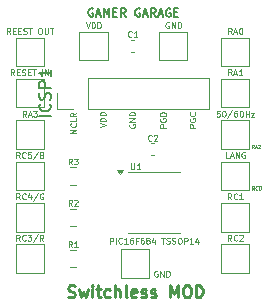
<source format=gbr>
%TF.GenerationSoftware,KiCad,Pcbnew,9.0.0*%
%TF.CreationDate,2026-02-19T11:21:19+01:00*%
%TF.ProjectId,SwitchlessMOD,53776974-6368-46c6-9573-734d4f442e6b,rev?*%
%TF.SameCoordinates,Original*%
%TF.FileFunction,Legend,Top*%
%TF.FilePolarity,Positive*%
%FSLAX46Y46*%
G04 Gerber Fmt 4.6, Leading zero omitted, Abs format (unit mm)*
G04 Created by KiCad (PCBNEW 9.0.0) date 2026-02-19 11:21:19*
%MOMM*%
%LPD*%
G01*
G04 APERTURE LIST*
%ADD10C,0.175000*%
%ADD11C,0.250000*%
%ADD12C,0.125000*%
%ADD13C,0.100000*%
%ADD14C,0.075000*%
%ADD15C,0.150000*%
%ADD16C,0.120000*%
G04 APERTURE END LIST*
D10*
X135948464Y-89838566D02*
X135881797Y-89805233D01*
X135881797Y-89805233D02*
X135781797Y-89805233D01*
X135781797Y-89805233D02*
X135681797Y-89838566D01*
X135681797Y-89838566D02*
X135615131Y-89905233D01*
X135615131Y-89905233D02*
X135581797Y-89971900D01*
X135581797Y-89971900D02*
X135548464Y-90105233D01*
X135548464Y-90105233D02*
X135548464Y-90205233D01*
X135548464Y-90205233D02*
X135581797Y-90338566D01*
X135581797Y-90338566D02*
X135615131Y-90405233D01*
X135615131Y-90405233D02*
X135681797Y-90471900D01*
X135681797Y-90471900D02*
X135781797Y-90505233D01*
X135781797Y-90505233D02*
X135848464Y-90505233D01*
X135848464Y-90505233D02*
X135948464Y-90471900D01*
X135948464Y-90471900D02*
X135981797Y-90438566D01*
X135981797Y-90438566D02*
X135981797Y-90205233D01*
X135981797Y-90205233D02*
X135848464Y-90205233D01*
X136248464Y-90305233D02*
X136581797Y-90305233D01*
X136181797Y-90505233D02*
X136415131Y-89805233D01*
X136415131Y-89805233D02*
X136648464Y-90505233D01*
X136881797Y-90505233D02*
X136881797Y-89805233D01*
X136881797Y-89805233D02*
X137115131Y-90305233D01*
X137115131Y-90305233D02*
X137348464Y-89805233D01*
X137348464Y-89805233D02*
X137348464Y-90505233D01*
X137681797Y-90138566D02*
X137915131Y-90138566D01*
X138015131Y-90505233D02*
X137681797Y-90505233D01*
X137681797Y-90505233D02*
X137681797Y-89805233D01*
X137681797Y-89805233D02*
X138015131Y-89805233D01*
X138715130Y-90505233D02*
X138481797Y-90171900D01*
X138315130Y-90505233D02*
X138315130Y-89805233D01*
X138315130Y-89805233D02*
X138581797Y-89805233D01*
X138581797Y-89805233D02*
X138648464Y-89838566D01*
X138648464Y-89838566D02*
X138681797Y-89871900D01*
X138681797Y-89871900D02*
X138715130Y-89938566D01*
X138715130Y-89938566D02*
X138715130Y-90038566D01*
X138715130Y-90038566D02*
X138681797Y-90105233D01*
X138681797Y-90105233D02*
X138648464Y-90138566D01*
X138648464Y-90138566D02*
X138581797Y-90171900D01*
X138581797Y-90171900D02*
X138315130Y-90171900D01*
X139915130Y-89838566D02*
X139848463Y-89805233D01*
X139848463Y-89805233D02*
X139748463Y-89805233D01*
X139748463Y-89805233D02*
X139648463Y-89838566D01*
X139648463Y-89838566D02*
X139581797Y-89905233D01*
X139581797Y-89905233D02*
X139548463Y-89971900D01*
X139548463Y-89971900D02*
X139515130Y-90105233D01*
X139515130Y-90105233D02*
X139515130Y-90205233D01*
X139515130Y-90205233D02*
X139548463Y-90338566D01*
X139548463Y-90338566D02*
X139581797Y-90405233D01*
X139581797Y-90405233D02*
X139648463Y-90471900D01*
X139648463Y-90471900D02*
X139748463Y-90505233D01*
X139748463Y-90505233D02*
X139815130Y-90505233D01*
X139815130Y-90505233D02*
X139915130Y-90471900D01*
X139915130Y-90471900D02*
X139948463Y-90438566D01*
X139948463Y-90438566D02*
X139948463Y-90205233D01*
X139948463Y-90205233D02*
X139815130Y-90205233D01*
X140215130Y-90305233D02*
X140548463Y-90305233D01*
X140148463Y-90505233D02*
X140381797Y-89805233D01*
X140381797Y-89805233D02*
X140615130Y-90505233D01*
X141248463Y-90505233D02*
X141015130Y-90171900D01*
X140848463Y-90505233D02*
X140848463Y-89805233D01*
X140848463Y-89805233D02*
X141115130Y-89805233D01*
X141115130Y-89805233D02*
X141181797Y-89838566D01*
X141181797Y-89838566D02*
X141215130Y-89871900D01*
X141215130Y-89871900D02*
X141248463Y-89938566D01*
X141248463Y-89938566D02*
X141248463Y-90038566D01*
X141248463Y-90038566D02*
X141215130Y-90105233D01*
X141215130Y-90105233D02*
X141181797Y-90138566D01*
X141181797Y-90138566D02*
X141115130Y-90171900D01*
X141115130Y-90171900D02*
X140848463Y-90171900D01*
X141515130Y-90305233D02*
X141848463Y-90305233D01*
X141448463Y-90505233D02*
X141681797Y-89805233D01*
X141681797Y-89805233D02*
X141915130Y-90505233D01*
X142515130Y-89838566D02*
X142448463Y-89805233D01*
X142448463Y-89805233D02*
X142348463Y-89805233D01*
X142348463Y-89805233D02*
X142248463Y-89838566D01*
X142248463Y-89838566D02*
X142181797Y-89905233D01*
X142181797Y-89905233D02*
X142148463Y-89971900D01*
X142148463Y-89971900D02*
X142115130Y-90105233D01*
X142115130Y-90105233D02*
X142115130Y-90205233D01*
X142115130Y-90205233D02*
X142148463Y-90338566D01*
X142148463Y-90338566D02*
X142181797Y-90405233D01*
X142181797Y-90405233D02*
X142248463Y-90471900D01*
X142248463Y-90471900D02*
X142348463Y-90505233D01*
X142348463Y-90505233D02*
X142415130Y-90505233D01*
X142415130Y-90505233D02*
X142515130Y-90471900D01*
X142515130Y-90471900D02*
X142548463Y-90438566D01*
X142548463Y-90438566D02*
X142548463Y-90205233D01*
X142548463Y-90205233D02*
X142415130Y-90205233D01*
X142848463Y-90138566D02*
X143081797Y-90138566D01*
X143181797Y-90505233D02*
X142848463Y-90505233D01*
X142848463Y-90505233D02*
X142848463Y-89805233D01*
X142848463Y-89805233D02*
X143181797Y-89805233D01*
D11*
X133854949Y-114217000D02*
X133997806Y-114264619D01*
X133997806Y-114264619D02*
X134235901Y-114264619D01*
X134235901Y-114264619D02*
X134331139Y-114217000D01*
X134331139Y-114217000D02*
X134378758Y-114169380D01*
X134378758Y-114169380D02*
X134426377Y-114074142D01*
X134426377Y-114074142D02*
X134426377Y-113978904D01*
X134426377Y-113978904D02*
X134378758Y-113883666D01*
X134378758Y-113883666D02*
X134331139Y-113836047D01*
X134331139Y-113836047D02*
X134235901Y-113788428D01*
X134235901Y-113788428D02*
X134045425Y-113740809D01*
X134045425Y-113740809D02*
X133950187Y-113693190D01*
X133950187Y-113693190D02*
X133902568Y-113645571D01*
X133902568Y-113645571D02*
X133854949Y-113550333D01*
X133854949Y-113550333D02*
X133854949Y-113455095D01*
X133854949Y-113455095D02*
X133902568Y-113359857D01*
X133902568Y-113359857D02*
X133950187Y-113312238D01*
X133950187Y-113312238D02*
X134045425Y-113264619D01*
X134045425Y-113264619D02*
X134283520Y-113264619D01*
X134283520Y-113264619D02*
X134426377Y-113312238D01*
X134759711Y-113597952D02*
X134950187Y-114264619D01*
X134950187Y-114264619D02*
X135140663Y-113788428D01*
X135140663Y-113788428D02*
X135331139Y-114264619D01*
X135331139Y-114264619D02*
X135521615Y-113597952D01*
X135902568Y-114264619D02*
X135902568Y-113597952D01*
X135902568Y-113264619D02*
X135854949Y-113312238D01*
X135854949Y-113312238D02*
X135902568Y-113359857D01*
X135902568Y-113359857D02*
X135950187Y-113312238D01*
X135950187Y-113312238D02*
X135902568Y-113264619D01*
X135902568Y-113264619D02*
X135902568Y-113359857D01*
X136235901Y-113597952D02*
X136616853Y-113597952D01*
X136378758Y-113264619D02*
X136378758Y-114121761D01*
X136378758Y-114121761D02*
X136426377Y-114217000D01*
X136426377Y-114217000D02*
X136521615Y-114264619D01*
X136521615Y-114264619D02*
X136616853Y-114264619D01*
X137378758Y-114217000D02*
X137283520Y-114264619D01*
X137283520Y-114264619D02*
X137093044Y-114264619D01*
X137093044Y-114264619D02*
X136997806Y-114217000D01*
X136997806Y-114217000D02*
X136950187Y-114169380D01*
X136950187Y-114169380D02*
X136902568Y-114074142D01*
X136902568Y-114074142D02*
X136902568Y-113788428D01*
X136902568Y-113788428D02*
X136950187Y-113693190D01*
X136950187Y-113693190D02*
X136997806Y-113645571D01*
X136997806Y-113645571D02*
X137093044Y-113597952D01*
X137093044Y-113597952D02*
X137283520Y-113597952D01*
X137283520Y-113597952D02*
X137378758Y-113645571D01*
X137807330Y-114264619D02*
X137807330Y-113264619D01*
X138235901Y-114264619D02*
X138235901Y-113740809D01*
X138235901Y-113740809D02*
X138188282Y-113645571D01*
X138188282Y-113645571D02*
X138093044Y-113597952D01*
X138093044Y-113597952D02*
X137950187Y-113597952D01*
X137950187Y-113597952D02*
X137854949Y-113645571D01*
X137854949Y-113645571D02*
X137807330Y-113693190D01*
X138854949Y-114264619D02*
X138759711Y-114217000D01*
X138759711Y-114217000D02*
X138712092Y-114121761D01*
X138712092Y-114121761D02*
X138712092Y-113264619D01*
X139616854Y-114217000D02*
X139521616Y-114264619D01*
X139521616Y-114264619D02*
X139331140Y-114264619D01*
X139331140Y-114264619D02*
X139235902Y-114217000D01*
X139235902Y-114217000D02*
X139188283Y-114121761D01*
X139188283Y-114121761D02*
X139188283Y-113740809D01*
X139188283Y-113740809D02*
X139235902Y-113645571D01*
X139235902Y-113645571D02*
X139331140Y-113597952D01*
X139331140Y-113597952D02*
X139521616Y-113597952D01*
X139521616Y-113597952D02*
X139616854Y-113645571D01*
X139616854Y-113645571D02*
X139664473Y-113740809D01*
X139664473Y-113740809D02*
X139664473Y-113836047D01*
X139664473Y-113836047D02*
X139188283Y-113931285D01*
X140045426Y-114217000D02*
X140140664Y-114264619D01*
X140140664Y-114264619D02*
X140331140Y-114264619D01*
X140331140Y-114264619D02*
X140426378Y-114217000D01*
X140426378Y-114217000D02*
X140473997Y-114121761D01*
X140473997Y-114121761D02*
X140473997Y-114074142D01*
X140473997Y-114074142D02*
X140426378Y-113978904D01*
X140426378Y-113978904D02*
X140331140Y-113931285D01*
X140331140Y-113931285D02*
X140188283Y-113931285D01*
X140188283Y-113931285D02*
X140093045Y-113883666D01*
X140093045Y-113883666D02*
X140045426Y-113788428D01*
X140045426Y-113788428D02*
X140045426Y-113740809D01*
X140045426Y-113740809D02*
X140093045Y-113645571D01*
X140093045Y-113645571D02*
X140188283Y-113597952D01*
X140188283Y-113597952D02*
X140331140Y-113597952D01*
X140331140Y-113597952D02*
X140426378Y-113645571D01*
X140854950Y-114217000D02*
X140950188Y-114264619D01*
X140950188Y-114264619D02*
X141140664Y-114264619D01*
X141140664Y-114264619D02*
X141235902Y-114217000D01*
X141235902Y-114217000D02*
X141283521Y-114121761D01*
X141283521Y-114121761D02*
X141283521Y-114074142D01*
X141283521Y-114074142D02*
X141235902Y-113978904D01*
X141235902Y-113978904D02*
X141140664Y-113931285D01*
X141140664Y-113931285D02*
X140997807Y-113931285D01*
X140997807Y-113931285D02*
X140902569Y-113883666D01*
X140902569Y-113883666D02*
X140854950Y-113788428D01*
X140854950Y-113788428D02*
X140854950Y-113740809D01*
X140854950Y-113740809D02*
X140902569Y-113645571D01*
X140902569Y-113645571D02*
X140997807Y-113597952D01*
X140997807Y-113597952D02*
X141140664Y-113597952D01*
X141140664Y-113597952D02*
X141235902Y-113645571D01*
X142473998Y-114264619D02*
X142473998Y-113264619D01*
X142473998Y-113264619D02*
X142807331Y-113978904D01*
X142807331Y-113978904D02*
X143140664Y-113264619D01*
X143140664Y-113264619D02*
X143140664Y-114264619D01*
X143807331Y-113264619D02*
X143997807Y-113264619D01*
X143997807Y-113264619D02*
X144093045Y-113312238D01*
X144093045Y-113312238D02*
X144188283Y-113407476D01*
X144188283Y-113407476D02*
X144235902Y-113597952D01*
X144235902Y-113597952D02*
X144235902Y-113931285D01*
X144235902Y-113931285D02*
X144188283Y-114121761D01*
X144188283Y-114121761D02*
X144093045Y-114217000D01*
X144093045Y-114217000D02*
X143997807Y-114264619D01*
X143997807Y-114264619D02*
X143807331Y-114264619D01*
X143807331Y-114264619D02*
X143712093Y-114217000D01*
X143712093Y-114217000D02*
X143616855Y-114121761D01*
X143616855Y-114121761D02*
X143569236Y-113931285D01*
X143569236Y-113931285D02*
X143569236Y-113597952D01*
X143569236Y-113597952D02*
X143616855Y-113407476D01*
X143616855Y-113407476D02*
X143712093Y-113312238D01*
X143712093Y-113312238D02*
X143807331Y-113264619D01*
X144664474Y-114264619D02*
X144664474Y-113264619D01*
X144664474Y-113264619D02*
X144902569Y-113264619D01*
X144902569Y-113264619D02*
X145045426Y-113312238D01*
X145045426Y-113312238D02*
X145140664Y-113407476D01*
X145140664Y-113407476D02*
X145188283Y-113502714D01*
X145188283Y-113502714D02*
X145235902Y-113693190D01*
X145235902Y-113693190D02*
X145235902Y-113836047D01*
X145235902Y-113836047D02*
X145188283Y-114026523D01*
X145188283Y-114026523D02*
X145140664Y-114121761D01*
X145140664Y-114121761D02*
X145045426Y-114217000D01*
X145045426Y-114217000D02*
X144902569Y-114264619D01*
X144902569Y-114264619D02*
X144664474Y-114264619D01*
D12*
X144632309Y-99898716D02*
X144132309Y-99898716D01*
X144132309Y-99898716D02*
X144132309Y-99708240D01*
X144132309Y-99708240D02*
X144156119Y-99660621D01*
X144156119Y-99660621D02*
X144179928Y-99636811D01*
X144179928Y-99636811D02*
X144227547Y-99613002D01*
X144227547Y-99613002D02*
X144298976Y-99613002D01*
X144298976Y-99613002D02*
X144346595Y-99636811D01*
X144346595Y-99636811D02*
X144370404Y-99660621D01*
X144370404Y-99660621D02*
X144394214Y-99708240D01*
X144394214Y-99708240D02*
X144394214Y-99898716D01*
X144156119Y-99136811D02*
X144132309Y-99184430D01*
X144132309Y-99184430D02*
X144132309Y-99255859D01*
X144132309Y-99255859D02*
X144156119Y-99327287D01*
X144156119Y-99327287D02*
X144203738Y-99374906D01*
X144203738Y-99374906D02*
X144251357Y-99398716D01*
X144251357Y-99398716D02*
X144346595Y-99422525D01*
X144346595Y-99422525D02*
X144418023Y-99422525D01*
X144418023Y-99422525D02*
X144513261Y-99398716D01*
X144513261Y-99398716D02*
X144560880Y-99374906D01*
X144560880Y-99374906D02*
X144608500Y-99327287D01*
X144608500Y-99327287D02*
X144632309Y-99255859D01*
X144632309Y-99255859D02*
X144632309Y-99208240D01*
X144632309Y-99208240D02*
X144608500Y-99136811D01*
X144608500Y-99136811D02*
X144584690Y-99113002D01*
X144584690Y-99113002D02*
X144418023Y-99113002D01*
X144418023Y-99113002D02*
X144418023Y-99208240D01*
X144584690Y-98613002D02*
X144608500Y-98636811D01*
X144608500Y-98636811D02*
X144632309Y-98708240D01*
X144632309Y-98708240D02*
X144632309Y-98755859D01*
X144632309Y-98755859D02*
X144608500Y-98827287D01*
X144608500Y-98827287D02*
X144560880Y-98874906D01*
X144560880Y-98874906D02*
X144513261Y-98898716D01*
X144513261Y-98898716D02*
X144418023Y-98922525D01*
X144418023Y-98922525D02*
X144346595Y-98922525D01*
X144346595Y-98922525D02*
X144251357Y-98898716D01*
X144251357Y-98898716D02*
X144203738Y-98874906D01*
X144203738Y-98874906D02*
X144156119Y-98827287D01*
X144156119Y-98827287D02*
X144132309Y-98755859D01*
X144132309Y-98755859D02*
X144132309Y-98708240D01*
X144132309Y-98708240D02*
X144156119Y-98636811D01*
X144156119Y-98636811D02*
X144179928Y-98613002D01*
X142132309Y-99898716D02*
X141632309Y-99898716D01*
X141632309Y-99898716D02*
X141632309Y-99708240D01*
X141632309Y-99708240D02*
X141656119Y-99660621D01*
X141656119Y-99660621D02*
X141679928Y-99636811D01*
X141679928Y-99636811D02*
X141727547Y-99613002D01*
X141727547Y-99613002D02*
X141798976Y-99613002D01*
X141798976Y-99613002D02*
X141846595Y-99636811D01*
X141846595Y-99636811D02*
X141870404Y-99660621D01*
X141870404Y-99660621D02*
X141894214Y-99708240D01*
X141894214Y-99708240D02*
X141894214Y-99898716D01*
X141656119Y-99136811D02*
X141632309Y-99184430D01*
X141632309Y-99184430D02*
X141632309Y-99255859D01*
X141632309Y-99255859D02*
X141656119Y-99327287D01*
X141656119Y-99327287D02*
X141703738Y-99374906D01*
X141703738Y-99374906D02*
X141751357Y-99398716D01*
X141751357Y-99398716D02*
X141846595Y-99422525D01*
X141846595Y-99422525D02*
X141918023Y-99422525D01*
X141918023Y-99422525D02*
X142013261Y-99398716D01*
X142013261Y-99398716D02*
X142060880Y-99374906D01*
X142060880Y-99374906D02*
X142108500Y-99327287D01*
X142108500Y-99327287D02*
X142132309Y-99255859D01*
X142132309Y-99255859D02*
X142132309Y-99208240D01*
X142132309Y-99208240D02*
X142108500Y-99136811D01*
X142108500Y-99136811D02*
X142084690Y-99113002D01*
X142084690Y-99113002D02*
X141918023Y-99113002D01*
X141918023Y-99113002D02*
X141918023Y-99208240D01*
X142132309Y-98898716D02*
X141632309Y-98898716D01*
X141632309Y-98898716D02*
X141632309Y-98779668D01*
X141632309Y-98779668D02*
X141656119Y-98708240D01*
X141656119Y-98708240D02*
X141703738Y-98660621D01*
X141703738Y-98660621D02*
X141751357Y-98636811D01*
X141751357Y-98636811D02*
X141846595Y-98613002D01*
X141846595Y-98613002D02*
X141918023Y-98613002D01*
X141918023Y-98613002D02*
X142013261Y-98636811D01*
X142013261Y-98636811D02*
X142060880Y-98660621D01*
X142060880Y-98660621D02*
X142108500Y-98708240D01*
X142108500Y-98708240D02*
X142132309Y-98779668D01*
X142132309Y-98779668D02*
X142132309Y-98898716D01*
D13*
X137384836Y-109733609D02*
X137384836Y-109233609D01*
X137384836Y-109233609D02*
X137575312Y-109233609D01*
X137575312Y-109233609D02*
X137622931Y-109257419D01*
X137622931Y-109257419D02*
X137646741Y-109281228D01*
X137646741Y-109281228D02*
X137670550Y-109328847D01*
X137670550Y-109328847D02*
X137670550Y-109400276D01*
X137670550Y-109400276D02*
X137646741Y-109447895D01*
X137646741Y-109447895D02*
X137622931Y-109471704D01*
X137622931Y-109471704D02*
X137575312Y-109495514D01*
X137575312Y-109495514D02*
X137384836Y-109495514D01*
X137884836Y-109733609D02*
X137884836Y-109233609D01*
X138408645Y-109685990D02*
X138384836Y-109709800D01*
X138384836Y-109709800D02*
X138313407Y-109733609D01*
X138313407Y-109733609D02*
X138265788Y-109733609D01*
X138265788Y-109733609D02*
X138194360Y-109709800D01*
X138194360Y-109709800D02*
X138146741Y-109662180D01*
X138146741Y-109662180D02*
X138122931Y-109614561D01*
X138122931Y-109614561D02*
X138099122Y-109519323D01*
X138099122Y-109519323D02*
X138099122Y-109447895D01*
X138099122Y-109447895D02*
X138122931Y-109352657D01*
X138122931Y-109352657D02*
X138146741Y-109305038D01*
X138146741Y-109305038D02*
X138194360Y-109257419D01*
X138194360Y-109257419D02*
X138265788Y-109233609D01*
X138265788Y-109233609D02*
X138313407Y-109233609D01*
X138313407Y-109233609D02*
X138384836Y-109257419D01*
X138384836Y-109257419D02*
X138408645Y-109281228D01*
X138884836Y-109733609D02*
X138599122Y-109733609D01*
X138741979Y-109733609D02*
X138741979Y-109233609D01*
X138741979Y-109233609D02*
X138694360Y-109305038D01*
X138694360Y-109305038D02*
X138646741Y-109352657D01*
X138646741Y-109352657D02*
X138599122Y-109376466D01*
X139313407Y-109233609D02*
X139218169Y-109233609D01*
X139218169Y-109233609D02*
X139170550Y-109257419D01*
X139170550Y-109257419D02*
X139146740Y-109281228D01*
X139146740Y-109281228D02*
X139099121Y-109352657D01*
X139099121Y-109352657D02*
X139075312Y-109447895D01*
X139075312Y-109447895D02*
X139075312Y-109638371D01*
X139075312Y-109638371D02*
X139099121Y-109685990D01*
X139099121Y-109685990D02*
X139122931Y-109709800D01*
X139122931Y-109709800D02*
X139170550Y-109733609D01*
X139170550Y-109733609D02*
X139265788Y-109733609D01*
X139265788Y-109733609D02*
X139313407Y-109709800D01*
X139313407Y-109709800D02*
X139337216Y-109685990D01*
X139337216Y-109685990D02*
X139361026Y-109638371D01*
X139361026Y-109638371D02*
X139361026Y-109519323D01*
X139361026Y-109519323D02*
X139337216Y-109471704D01*
X139337216Y-109471704D02*
X139313407Y-109447895D01*
X139313407Y-109447895D02*
X139265788Y-109424085D01*
X139265788Y-109424085D02*
X139170550Y-109424085D01*
X139170550Y-109424085D02*
X139122931Y-109447895D01*
X139122931Y-109447895D02*
X139099121Y-109471704D01*
X139099121Y-109471704D02*
X139075312Y-109519323D01*
X139741978Y-109471704D02*
X139575311Y-109471704D01*
X139575311Y-109733609D02*
X139575311Y-109233609D01*
X139575311Y-109233609D02*
X139813406Y-109233609D01*
X140218168Y-109233609D02*
X140122930Y-109233609D01*
X140122930Y-109233609D02*
X140075311Y-109257419D01*
X140075311Y-109257419D02*
X140051501Y-109281228D01*
X140051501Y-109281228D02*
X140003882Y-109352657D01*
X140003882Y-109352657D02*
X139980073Y-109447895D01*
X139980073Y-109447895D02*
X139980073Y-109638371D01*
X139980073Y-109638371D02*
X140003882Y-109685990D01*
X140003882Y-109685990D02*
X140027692Y-109709800D01*
X140027692Y-109709800D02*
X140075311Y-109733609D01*
X140075311Y-109733609D02*
X140170549Y-109733609D01*
X140170549Y-109733609D02*
X140218168Y-109709800D01*
X140218168Y-109709800D02*
X140241977Y-109685990D01*
X140241977Y-109685990D02*
X140265787Y-109638371D01*
X140265787Y-109638371D02*
X140265787Y-109519323D01*
X140265787Y-109519323D02*
X140241977Y-109471704D01*
X140241977Y-109471704D02*
X140218168Y-109447895D01*
X140218168Y-109447895D02*
X140170549Y-109424085D01*
X140170549Y-109424085D02*
X140075311Y-109424085D01*
X140075311Y-109424085D02*
X140027692Y-109447895D01*
X140027692Y-109447895D02*
X140003882Y-109471704D01*
X140003882Y-109471704D02*
X139980073Y-109519323D01*
X140551501Y-109447895D02*
X140503882Y-109424085D01*
X140503882Y-109424085D02*
X140480072Y-109400276D01*
X140480072Y-109400276D02*
X140456263Y-109352657D01*
X140456263Y-109352657D02*
X140456263Y-109328847D01*
X140456263Y-109328847D02*
X140480072Y-109281228D01*
X140480072Y-109281228D02*
X140503882Y-109257419D01*
X140503882Y-109257419D02*
X140551501Y-109233609D01*
X140551501Y-109233609D02*
X140646739Y-109233609D01*
X140646739Y-109233609D02*
X140694358Y-109257419D01*
X140694358Y-109257419D02*
X140718167Y-109281228D01*
X140718167Y-109281228D02*
X140741977Y-109328847D01*
X140741977Y-109328847D02*
X140741977Y-109352657D01*
X140741977Y-109352657D02*
X140718167Y-109400276D01*
X140718167Y-109400276D02*
X140694358Y-109424085D01*
X140694358Y-109424085D02*
X140646739Y-109447895D01*
X140646739Y-109447895D02*
X140551501Y-109447895D01*
X140551501Y-109447895D02*
X140503882Y-109471704D01*
X140503882Y-109471704D02*
X140480072Y-109495514D01*
X140480072Y-109495514D02*
X140456263Y-109543133D01*
X140456263Y-109543133D02*
X140456263Y-109638371D01*
X140456263Y-109638371D02*
X140480072Y-109685990D01*
X140480072Y-109685990D02*
X140503882Y-109709800D01*
X140503882Y-109709800D02*
X140551501Y-109733609D01*
X140551501Y-109733609D02*
X140646739Y-109733609D01*
X140646739Y-109733609D02*
X140694358Y-109709800D01*
X140694358Y-109709800D02*
X140718167Y-109685990D01*
X140718167Y-109685990D02*
X140741977Y-109638371D01*
X140741977Y-109638371D02*
X140741977Y-109543133D01*
X140741977Y-109543133D02*
X140718167Y-109495514D01*
X140718167Y-109495514D02*
X140694358Y-109471704D01*
X140694358Y-109471704D02*
X140646739Y-109447895D01*
X141170548Y-109400276D02*
X141170548Y-109733609D01*
X141051500Y-109209800D02*
X140932453Y-109566942D01*
X140932453Y-109566942D02*
X141241976Y-109566942D01*
X141741976Y-109233609D02*
X142027690Y-109233609D01*
X141884833Y-109733609D02*
X141884833Y-109233609D01*
X142170547Y-109709800D02*
X142241975Y-109733609D01*
X142241975Y-109733609D02*
X142361023Y-109733609D01*
X142361023Y-109733609D02*
X142408642Y-109709800D01*
X142408642Y-109709800D02*
X142432451Y-109685990D01*
X142432451Y-109685990D02*
X142456261Y-109638371D01*
X142456261Y-109638371D02*
X142456261Y-109590752D01*
X142456261Y-109590752D02*
X142432451Y-109543133D01*
X142432451Y-109543133D02*
X142408642Y-109519323D01*
X142408642Y-109519323D02*
X142361023Y-109495514D01*
X142361023Y-109495514D02*
X142265785Y-109471704D01*
X142265785Y-109471704D02*
X142218166Y-109447895D01*
X142218166Y-109447895D02*
X142194356Y-109424085D01*
X142194356Y-109424085D02*
X142170547Y-109376466D01*
X142170547Y-109376466D02*
X142170547Y-109328847D01*
X142170547Y-109328847D02*
X142194356Y-109281228D01*
X142194356Y-109281228D02*
X142218166Y-109257419D01*
X142218166Y-109257419D02*
X142265785Y-109233609D01*
X142265785Y-109233609D02*
X142384832Y-109233609D01*
X142384832Y-109233609D02*
X142456261Y-109257419D01*
X142646737Y-109709800D02*
X142718165Y-109733609D01*
X142718165Y-109733609D02*
X142837213Y-109733609D01*
X142837213Y-109733609D02*
X142884832Y-109709800D01*
X142884832Y-109709800D02*
X142908641Y-109685990D01*
X142908641Y-109685990D02*
X142932451Y-109638371D01*
X142932451Y-109638371D02*
X142932451Y-109590752D01*
X142932451Y-109590752D02*
X142908641Y-109543133D01*
X142908641Y-109543133D02*
X142884832Y-109519323D01*
X142884832Y-109519323D02*
X142837213Y-109495514D01*
X142837213Y-109495514D02*
X142741975Y-109471704D01*
X142741975Y-109471704D02*
X142694356Y-109447895D01*
X142694356Y-109447895D02*
X142670546Y-109424085D01*
X142670546Y-109424085D02*
X142646737Y-109376466D01*
X142646737Y-109376466D02*
X142646737Y-109328847D01*
X142646737Y-109328847D02*
X142670546Y-109281228D01*
X142670546Y-109281228D02*
X142694356Y-109257419D01*
X142694356Y-109257419D02*
X142741975Y-109233609D01*
X142741975Y-109233609D02*
X142861022Y-109233609D01*
X142861022Y-109233609D02*
X142932451Y-109257419D01*
X143241974Y-109233609D02*
X143337212Y-109233609D01*
X143337212Y-109233609D02*
X143384831Y-109257419D01*
X143384831Y-109257419D02*
X143432450Y-109305038D01*
X143432450Y-109305038D02*
X143456260Y-109400276D01*
X143456260Y-109400276D02*
X143456260Y-109566942D01*
X143456260Y-109566942D02*
X143432450Y-109662180D01*
X143432450Y-109662180D02*
X143384831Y-109709800D01*
X143384831Y-109709800D02*
X143337212Y-109733609D01*
X143337212Y-109733609D02*
X143241974Y-109733609D01*
X143241974Y-109733609D02*
X143194355Y-109709800D01*
X143194355Y-109709800D02*
X143146736Y-109662180D01*
X143146736Y-109662180D02*
X143122927Y-109566942D01*
X143122927Y-109566942D02*
X143122927Y-109400276D01*
X143122927Y-109400276D02*
X143146736Y-109305038D01*
X143146736Y-109305038D02*
X143194355Y-109257419D01*
X143194355Y-109257419D02*
X143241974Y-109233609D01*
X143670546Y-109733609D02*
X143670546Y-109233609D01*
X143670546Y-109233609D02*
X143861022Y-109233609D01*
X143861022Y-109233609D02*
X143908641Y-109257419D01*
X143908641Y-109257419D02*
X143932451Y-109281228D01*
X143932451Y-109281228D02*
X143956260Y-109328847D01*
X143956260Y-109328847D02*
X143956260Y-109400276D01*
X143956260Y-109400276D02*
X143932451Y-109447895D01*
X143932451Y-109447895D02*
X143908641Y-109471704D01*
X143908641Y-109471704D02*
X143861022Y-109495514D01*
X143861022Y-109495514D02*
X143670546Y-109495514D01*
X144432451Y-109733609D02*
X144146737Y-109733609D01*
X144289594Y-109733609D02*
X144289594Y-109233609D01*
X144289594Y-109233609D02*
X144241975Y-109305038D01*
X144241975Y-109305038D02*
X144194356Y-109352657D01*
X144194356Y-109352657D02*
X144146737Y-109376466D01*
X144861022Y-109400276D02*
X144861022Y-109733609D01*
X144741974Y-109209800D02*
X144622927Y-109566942D01*
X144622927Y-109566942D02*
X144932450Y-109566942D01*
D12*
X134532309Y-100398716D02*
X134032309Y-100398716D01*
X134032309Y-100398716D02*
X134389452Y-100232049D01*
X134389452Y-100232049D02*
X134032309Y-100065383D01*
X134032309Y-100065383D02*
X134532309Y-100065383D01*
X134484690Y-99541573D02*
X134508500Y-99565382D01*
X134508500Y-99565382D02*
X134532309Y-99636811D01*
X134532309Y-99636811D02*
X134532309Y-99684430D01*
X134532309Y-99684430D02*
X134508500Y-99755858D01*
X134508500Y-99755858D02*
X134460880Y-99803477D01*
X134460880Y-99803477D02*
X134413261Y-99827287D01*
X134413261Y-99827287D02*
X134318023Y-99851096D01*
X134318023Y-99851096D02*
X134246595Y-99851096D01*
X134246595Y-99851096D02*
X134151357Y-99827287D01*
X134151357Y-99827287D02*
X134103738Y-99803477D01*
X134103738Y-99803477D02*
X134056119Y-99755858D01*
X134056119Y-99755858D02*
X134032309Y-99684430D01*
X134032309Y-99684430D02*
X134032309Y-99636811D01*
X134032309Y-99636811D02*
X134056119Y-99565382D01*
X134056119Y-99565382D02*
X134079928Y-99541573D01*
X134532309Y-99089192D02*
X134532309Y-99327287D01*
X134532309Y-99327287D02*
X134032309Y-99327287D01*
X134532309Y-98636811D02*
X134294214Y-98803477D01*
X134532309Y-98922525D02*
X134032309Y-98922525D01*
X134032309Y-98922525D02*
X134032309Y-98732049D01*
X134032309Y-98732049D02*
X134056119Y-98684430D01*
X134056119Y-98684430D02*
X134079928Y-98660620D01*
X134079928Y-98660620D02*
X134127547Y-98636811D01*
X134127547Y-98636811D02*
X134198976Y-98636811D01*
X134198976Y-98636811D02*
X134246595Y-98660620D01*
X134246595Y-98660620D02*
X134270404Y-98684430D01*
X134270404Y-98684430D02*
X134294214Y-98732049D01*
X134294214Y-98732049D02*
X134294214Y-98922525D01*
D14*
X149592199Y-105159385D02*
X149492199Y-105016528D01*
X149420770Y-105159385D02*
X149420770Y-104859385D01*
X149420770Y-104859385D02*
X149535056Y-104859385D01*
X149535056Y-104859385D02*
X149563627Y-104873671D01*
X149563627Y-104873671D02*
X149577913Y-104887957D01*
X149577913Y-104887957D02*
X149592199Y-104916528D01*
X149592199Y-104916528D02*
X149592199Y-104959385D01*
X149592199Y-104959385D02*
X149577913Y-104987957D01*
X149577913Y-104987957D02*
X149563627Y-105002242D01*
X149563627Y-105002242D02*
X149535056Y-105016528D01*
X149535056Y-105016528D02*
X149420770Y-105016528D01*
X149892199Y-105130814D02*
X149877913Y-105145100D01*
X149877913Y-105145100D02*
X149835056Y-105159385D01*
X149835056Y-105159385D02*
X149806484Y-105159385D01*
X149806484Y-105159385D02*
X149763627Y-105145100D01*
X149763627Y-105145100D02*
X149735056Y-105116528D01*
X149735056Y-105116528D02*
X149720770Y-105087957D01*
X149720770Y-105087957D02*
X149706484Y-105030814D01*
X149706484Y-105030814D02*
X149706484Y-104987957D01*
X149706484Y-104987957D02*
X149720770Y-104930814D01*
X149720770Y-104930814D02*
X149735056Y-104902242D01*
X149735056Y-104902242D02*
X149763627Y-104873671D01*
X149763627Y-104873671D02*
X149806484Y-104859385D01*
X149806484Y-104859385D02*
X149835056Y-104859385D01*
X149835056Y-104859385D02*
X149877913Y-104873671D01*
X149877913Y-104873671D02*
X149892199Y-104887957D01*
X150077913Y-104859385D02*
X150106484Y-104859385D01*
X150106484Y-104859385D02*
X150135056Y-104873671D01*
X150135056Y-104873671D02*
X150149342Y-104887957D01*
X150149342Y-104887957D02*
X150163627Y-104916528D01*
X150163627Y-104916528D02*
X150177913Y-104973671D01*
X150177913Y-104973671D02*
X150177913Y-105045100D01*
X150177913Y-105045100D02*
X150163627Y-105102242D01*
X150163627Y-105102242D02*
X150149342Y-105130814D01*
X150149342Y-105130814D02*
X150135056Y-105145100D01*
X150135056Y-105145100D02*
X150106484Y-105159385D01*
X150106484Y-105159385D02*
X150077913Y-105159385D01*
X150077913Y-105159385D02*
X150049342Y-105145100D01*
X150049342Y-105145100D02*
X150035056Y-105130814D01*
X150035056Y-105130814D02*
X150020770Y-105102242D01*
X150020770Y-105102242D02*
X150006484Y-105045100D01*
X150006484Y-105045100D02*
X150006484Y-104973671D01*
X150006484Y-104973671D02*
X150020770Y-104916528D01*
X150020770Y-104916528D02*
X150035056Y-104887957D01*
X150035056Y-104887957D02*
X150049342Y-104873671D01*
X150049342Y-104873671D02*
X150077913Y-104859385D01*
D12*
X139056119Y-99636811D02*
X139032309Y-99684430D01*
X139032309Y-99684430D02*
X139032309Y-99755859D01*
X139032309Y-99755859D02*
X139056119Y-99827287D01*
X139056119Y-99827287D02*
X139103738Y-99874906D01*
X139103738Y-99874906D02*
X139151357Y-99898716D01*
X139151357Y-99898716D02*
X139246595Y-99922525D01*
X139246595Y-99922525D02*
X139318023Y-99922525D01*
X139318023Y-99922525D02*
X139413261Y-99898716D01*
X139413261Y-99898716D02*
X139460880Y-99874906D01*
X139460880Y-99874906D02*
X139508500Y-99827287D01*
X139508500Y-99827287D02*
X139532309Y-99755859D01*
X139532309Y-99755859D02*
X139532309Y-99708240D01*
X139532309Y-99708240D02*
X139508500Y-99636811D01*
X139508500Y-99636811D02*
X139484690Y-99613002D01*
X139484690Y-99613002D02*
X139318023Y-99613002D01*
X139318023Y-99613002D02*
X139318023Y-99708240D01*
X139532309Y-99398716D02*
X139032309Y-99398716D01*
X139032309Y-99398716D02*
X139532309Y-99113002D01*
X139532309Y-99113002D02*
X139032309Y-99113002D01*
X139532309Y-98874906D02*
X139032309Y-98874906D01*
X139032309Y-98874906D02*
X139032309Y-98755858D01*
X139032309Y-98755858D02*
X139056119Y-98684430D01*
X139056119Y-98684430D02*
X139103738Y-98636811D01*
X139103738Y-98636811D02*
X139151357Y-98613001D01*
X139151357Y-98613001D02*
X139246595Y-98589192D01*
X139246595Y-98589192D02*
X139318023Y-98589192D01*
X139318023Y-98589192D02*
X139413261Y-98613001D01*
X139413261Y-98613001D02*
X139460880Y-98636811D01*
X139460880Y-98636811D02*
X139508500Y-98684430D01*
X139508500Y-98684430D02*
X139532309Y-98755858D01*
X139532309Y-98755858D02*
X139532309Y-98874906D01*
X136532309Y-99870144D02*
X137032309Y-99703478D01*
X137032309Y-99703478D02*
X136532309Y-99536811D01*
X137032309Y-99370145D02*
X136532309Y-99370145D01*
X136532309Y-99370145D02*
X136532309Y-99251097D01*
X136532309Y-99251097D02*
X136556119Y-99179669D01*
X136556119Y-99179669D02*
X136603738Y-99132050D01*
X136603738Y-99132050D02*
X136651357Y-99108240D01*
X136651357Y-99108240D02*
X136746595Y-99084431D01*
X136746595Y-99084431D02*
X136818023Y-99084431D01*
X136818023Y-99084431D02*
X136913261Y-99108240D01*
X136913261Y-99108240D02*
X136960880Y-99132050D01*
X136960880Y-99132050D02*
X137008500Y-99179669D01*
X137008500Y-99179669D02*
X137032309Y-99251097D01*
X137032309Y-99251097D02*
X137032309Y-99370145D01*
X137032309Y-98870145D02*
X136532309Y-98870145D01*
X136532309Y-98870145D02*
X136532309Y-98751097D01*
X136532309Y-98751097D02*
X136556119Y-98679669D01*
X136556119Y-98679669D02*
X136603738Y-98632050D01*
X136603738Y-98632050D02*
X136651357Y-98608240D01*
X136651357Y-98608240D02*
X136746595Y-98584431D01*
X136746595Y-98584431D02*
X136818023Y-98584431D01*
X136818023Y-98584431D02*
X136913261Y-98608240D01*
X136913261Y-98608240D02*
X136960880Y-98632050D01*
X136960880Y-98632050D02*
X137008500Y-98679669D01*
X137008500Y-98679669D02*
X137032309Y-98751097D01*
X137032309Y-98751097D02*
X137032309Y-98870145D01*
D14*
X149592199Y-101659385D02*
X149492199Y-101516528D01*
X149420770Y-101659385D02*
X149420770Y-101359385D01*
X149420770Y-101359385D02*
X149535056Y-101359385D01*
X149535056Y-101359385D02*
X149563627Y-101373671D01*
X149563627Y-101373671D02*
X149577913Y-101387957D01*
X149577913Y-101387957D02*
X149592199Y-101416528D01*
X149592199Y-101416528D02*
X149592199Y-101459385D01*
X149592199Y-101459385D02*
X149577913Y-101487957D01*
X149577913Y-101487957D02*
X149563627Y-101502242D01*
X149563627Y-101502242D02*
X149535056Y-101516528D01*
X149535056Y-101516528D02*
X149420770Y-101516528D01*
X149706484Y-101573671D02*
X149849342Y-101573671D01*
X149677913Y-101659385D02*
X149777913Y-101359385D01*
X149777913Y-101359385D02*
X149877913Y-101659385D01*
X149963627Y-101387957D02*
X149977913Y-101373671D01*
X149977913Y-101373671D02*
X150006485Y-101359385D01*
X150006485Y-101359385D02*
X150077913Y-101359385D01*
X150077913Y-101359385D02*
X150106485Y-101373671D01*
X150106485Y-101373671D02*
X150120770Y-101387957D01*
X150120770Y-101387957D02*
X150135056Y-101416528D01*
X150135056Y-101416528D02*
X150135056Y-101445100D01*
X150135056Y-101445100D02*
X150120770Y-101487957D01*
X150120770Y-101487957D02*
X149949342Y-101659385D01*
X149949342Y-101659385D02*
X150135056Y-101659385D01*
D12*
X129754761Y-105974809D02*
X129588095Y-105736714D01*
X129469047Y-105974809D02*
X129469047Y-105474809D01*
X129469047Y-105474809D02*
X129659523Y-105474809D01*
X129659523Y-105474809D02*
X129707142Y-105498619D01*
X129707142Y-105498619D02*
X129730952Y-105522428D01*
X129730952Y-105522428D02*
X129754761Y-105570047D01*
X129754761Y-105570047D02*
X129754761Y-105641476D01*
X129754761Y-105641476D02*
X129730952Y-105689095D01*
X129730952Y-105689095D02*
X129707142Y-105712904D01*
X129707142Y-105712904D02*
X129659523Y-105736714D01*
X129659523Y-105736714D02*
X129469047Y-105736714D01*
X130254761Y-105927190D02*
X130230952Y-105951000D01*
X130230952Y-105951000D02*
X130159523Y-105974809D01*
X130159523Y-105974809D02*
X130111904Y-105974809D01*
X130111904Y-105974809D02*
X130040476Y-105951000D01*
X130040476Y-105951000D02*
X129992857Y-105903380D01*
X129992857Y-105903380D02*
X129969047Y-105855761D01*
X129969047Y-105855761D02*
X129945238Y-105760523D01*
X129945238Y-105760523D02*
X129945238Y-105689095D01*
X129945238Y-105689095D02*
X129969047Y-105593857D01*
X129969047Y-105593857D02*
X129992857Y-105546238D01*
X129992857Y-105546238D02*
X130040476Y-105498619D01*
X130040476Y-105498619D02*
X130111904Y-105474809D01*
X130111904Y-105474809D02*
X130159523Y-105474809D01*
X130159523Y-105474809D02*
X130230952Y-105498619D01*
X130230952Y-105498619D02*
X130254761Y-105522428D01*
X130683333Y-105641476D02*
X130683333Y-105974809D01*
X130564285Y-105451000D02*
X130445238Y-105808142D01*
X130445238Y-105808142D02*
X130754761Y-105808142D01*
X131302380Y-105451000D02*
X130873809Y-106093857D01*
X131730952Y-105498619D02*
X131683333Y-105474809D01*
X131683333Y-105474809D02*
X131611904Y-105474809D01*
X131611904Y-105474809D02*
X131540476Y-105498619D01*
X131540476Y-105498619D02*
X131492857Y-105546238D01*
X131492857Y-105546238D02*
X131469047Y-105593857D01*
X131469047Y-105593857D02*
X131445238Y-105689095D01*
X131445238Y-105689095D02*
X131445238Y-105760523D01*
X131445238Y-105760523D02*
X131469047Y-105855761D01*
X131469047Y-105855761D02*
X131492857Y-105903380D01*
X131492857Y-105903380D02*
X131540476Y-105951000D01*
X131540476Y-105951000D02*
X131611904Y-105974809D01*
X131611904Y-105974809D02*
X131659523Y-105974809D01*
X131659523Y-105974809D02*
X131730952Y-105951000D01*
X131730952Y-105951000D02*
X131754761Y-105927190D01*
X131754761Y-105927190D02*
X131754761Y-105760523D01*
X131754761Y-105760523D02*
X131659523Y-105760523D01*
X140916666Y-100977190D02*
X140892857Y-101001000D01*
X140892857Y-101001000D02*
X140821428Y-101024809D01*
X140821428Y-101024809D02*
X140773809Y-101024809D01*
X140773809Y-101024809D02*
X140702381Y-101001000D01*
X140702381Y-101001000D02*
X140654762Y-100953380D01*
X140654762Y-100953380D02*
X140630952Y-100905761D01*
X140630952Y-100905761D02*
X140607143Y-100810523D01*
X140607143Y-100810523D02*
X140607143Y-100739095D01*
X140607143Y-100739095D02*
X140630952Y-100643857D01*
X140630952Y-100643857D02*
X140654762Y-100596238D01*
X140654762Y-100596238D02*
X140702381Y-100548619D01*
X140702381Y-100548619D02*
X140773809Y-100524809D01*
X140773809Y-100524809D02*
X140821428Y-100524809D01*
X140821428Y-100524809D02*
X140892857Y-100548619D01*
X140892857Y-100548619D02*
X140916666Y-100572428D01*
X141107143Y-100572428D02*
X141130952Y-100548619D01*
X141130952Y-100548619D02*
X141178571Y-100524809D01*
X141178571Y-100524809D02*
X141297619Y-100524809D01*
X141297619Y-100524809D02*
X141345238Y-100548619D01*
X141345238Y-100548619D02*
X141369047Y-100572428D01*
X141369047Y-100572428D02*
X141392857Y-100620047D01*
X141392857Y-100620047D02*
X141392857Y-100667666D01*
X141392857Y-100667666D02*
X141369047Y-100739095D01*
X141369047Y-100739095D02*
X141083333Y-101024809D01*
X141083333Y-101024809D02*
X141392857Y-101024809D01*
X141409047Y-112048619D02*
X141361428Y-112024809D01*
X141361428Y-112024809D02*
X141289999Y-112024809D01*
X141289999Y-112024809D02*
X141218571Y-112048619D01*
X141218571Y-112048619D02*
X141170952Y-112096238D01*
X141170952Y-112096238D02*
X141147142Y-112143857D01*
X141147142Y-112143857D02*
X141123333Y-112239095D01*
X141123333Y-112239095D02*
X141123333Y-112310523D01*
X141123333Y-112310523D02*
X141147142Y-112405761D01*
X141147142Y-112405761D02*
X141170952Y-112453380D01*
X141170952Y-112453380D02*
X141218571Y-112501000D01*
X141218571Y-112501000D02*
X141289999Y-112524809D01*
X141289999Y-112524809D02*
X141337618Y-112524809D01*
X141337618Y-112524809D02*
X141409047Y-112501000D01*
X141409047Y-112501000D02*
X141432856Y-112477190D01*
X141432856Y-112477190D02*
X141432856Y-112310523D01*
X141432856Y-112310523D02*
X141337618Y-112310523D01*
X141647142Y-112524809D02*
X141647142Y-112024809D01*
X141647142Y-112024809D02*
X141932856Y-112524809D01*
X141932856Y-112524809D02*
X141932856Y-112024809D01*
X142170952Y-112524809D02*
X142170952Y-112024809D01*
X142170952Y-112024809D02*
X142290000Y-112024809D01*
X142290000Y-112024809D02*
X142361428Y-112048619D01*
X142361428Y-112048619D02*
X142409047Y-112096238D01*
X142409047Y-112096238D02*
X142432857Y-112143857D01*
X142432857Y-112143857D02*
X142456666Y-112239095D01*
X142456666Y-112239095D02*
X142456666Y-112310523D01*
X142456666Y-112310523D02*
X142432857Y-112405761D01*
X142432857Y-112405761D02*
X142409047Y-112453380D01*
X142409047Y-112453380D02*
X142361428Y-112501000D01*
X142361428Y-112501000D02*
X142290000Y-112524809D01*
X142290000Y-112524809D02*
X142170952Y-112524809D01*
X129302381Y-95474809D02*
X129135715Y-95236714D01*
X129016667Y-95474809D02*
X129016667Y-94974809D01*
X129016667Y-94974809D02*
X129207143Y-94974809D01*
X129207143Y-94974809D02*
X129254762Y-94998619D01*
X129254762Y-94998619D02*
X129278572Y-95022428D01*
X129278572Y-95022428D02*
X129302381Y-95070047D01*
X129302381Y-95070047D02*
X129302381Y-95141476D01*
X129302381Y-95141476D02*
X129278572Y-95189095D01*
X129278572Y-95189095D02*
X129254762Y-95212904D01*
X129254762Y-95212904D02*
X129207143Y-95236714D01*
X129207143Y-95236714D02*
X129016667Y-95236714D01*
X129516667Y-95212904D02*
X129683334Y-95212904D01*
X129754762Y-95474809D02*
X129516667Y-95474809D01*
X129516667Y-95474809D02*
X129516667Y-94974809D01*
X129516667Y-94974809D02*
X129754762Y-94974809D01*
X129945239Y-95451000D02*
X130016667Y-95474809D01*
X130016667Y-95474809D02*
X130135715Y-95474809D01*
X130135715Y-95474809D02*
X130183334Y-95451000D01*
X130183334Y-95451000D02*
X130207143Y-95427190D01*
X130207143Y-95427190D02*
X130230953Y-95379571D01*
X130230953Y-95379571D02*
X130230953Y-95331952D01*
X130230953Y-95331952D02*
X130207143Y-95284333D01*
X130207143Y-95284333D02*
X130183334Y-95260523D01*
X130183334Y-95260523D02*
X130135715Y-95236714D01*
X130135715Y-95236714D02*
X130040477Y-95212904D01*
X130040477Y-95212904D02*
X129992858Y-95189095D01*
X129992858Y-95189095D02*
X129969048Y-95165285D01*
X129969048Y-95165285D02*
X129945239Y-95117666D01*
X129945239Y-95117666D02*
X129945239Y-95070047D01*
X129945239Y-95070047D02*
X129969048Y-95022428D01*
X129969048Y-95022428D02*
X129992858Y-94998619D01*
X129992858Y-94998619D02*
X130040477Y-94974809D01*
X130040477Y-94974809D02*
X130159524Y-94974809D01*
X130159524Y-94974809D02*
X130230953Y-94998619D01*
X130445238Y-95212904D02*
X130611905Y-95212904D01*
X130683333Y-95474809D02*
X130445238Y-95474809D01*
X130445238Y-95474809D02*
X130445238Y-94974809D01*
X130445238Y-94974809D02*
X130683333Y-94974809D01*
X130826191Y-94974809D02*
X131111905Y-94974809D01*
X130969048Y-95474809D02*
X130969048Y-94974809D01*
X131659523Y-95474809D02*
X131659523Y-94974809D01*
X131897618Y-95474809D02*
X131897618Y-94974809D01*
X131897618Y-94974809D02*
X132183332Y-95474809D01*
X132183332Y-95474809D02*
X132183332Y-94974809D01*
X129754761Y-109474809D02*
X129588095Y-109236714D01*
X129469047Y-109474809D02*
X129469047Y-108974809D01*
X129469047Y-108974809D02*
X129659523Y-108974809D01*
X129659523Y-108974809D02*
X129707142Y-108998619D01*
X129707142Y-108998619D02*
X129730952Y-109022428D01*
X129730952Y-109022428D02*
X129754761Y-109070047D01*
X129754761Y-109070047D02*
X129754761Y-109141476D01*
X129754761Y-109141476D02*
X129730952Y-109189095D01*
X129730952Y-109189095D02*
X129707142Y-109212904D01*
X129707142Y-109212904D02*
X129659523Y-109236714D01*
X129659523Y-109236714D02*
X129469047Y-109236714D01*
X130254761Y-109427190D02*
X130230952Y-109451000D01*
X130230952Y-109451000D02*
X130159523Y-109474809D01*
X130159523Y-109474809D02*
X130111904Y-109474809D01*
X130111904Y-109474809D02*
X130040476Y-109451000D01*
X130040476Y-109451000D02*
X129992857Y-109403380D01*
X129992857Y-109403380D02*
X129969047Y-109355761D01*
X129969047Y-109355761D02*
X129945238Y-109260523D01*
X129945238Y-109260523D02*
X129945238Y-109189095D01*
X129945238Y-109189095D02*
X129969047Y-109093857D01*
X129969047Y-109093857D02*
X129992857Y-109046238D01*
X129992857Y-109046238D02*
X130040476Y-108998619D01*
X130040476Y-108998619D02*
X130111904Y-108974809D01*
X130111904Y-108974809D02*
X130159523Y-108974809D01*
X130159523Y-108974809D02*
X130230952Y-108998619D01*
X130230952Y-108998619D02*
X130254761Y-109022428D01*
X130421428Y-108974809D02*
X130730952Y-108974809D01*
X130730952Y-108974809D02*
X130564285Y-109165285D01*
X130564285Y-109165285D02*
X130635714Y-109165285D01*
X130635714Y-109165285D02*
X130683333Y-109189095D01*
X130683333Y-109189095D02*
X130707142Y-109212904D01*
X130707142Y-109212904D02*
X130730952Y-109260523D01*
X130730952Y-109260523D02*
X130730952Y-109379571D01*
X130730952Y-109379571D02*
X130707142Y-109427190D01*
X130707142Y-109427190D02*
X130683333Y-109451000D01*
X130683333Y-109451000D02*
X130635714Y-109474809D01*
X130635714Y-109474809D02*
X130492857Y-109474809D01*
X130492857Y-109474809D02*
X130445238Y-109451000D01*
X130445238Y-109451000D02*
X130421428Y-109427190D01*
X131302380Y-108951000D02*
X130873809Y-109593857D01*
X131754761Y-109474809D02*
X131588095Y-109236714D01*
X131469047Y-109474809D02*
X131469047Y-108974809D01*
X131469047Y-108974809D02*
X131659523Y-108974809D01*
X131659523Y-108974809D02*
X131707142Y-108998619D01*
X131707142Y-108998619D02*
X131730952Y-109022428D01*
X131730952Y-109022428D02*
X131754761Y-109070047D01*
X131754761Y-109070047D02*
X131754761Y-109141476D01*
X131754761Y-109141476D02*
X131730952Y-109189095D01*
X131730952Y-109189095D02*
X131707142Y-109212904D01*
X131707142Y-109212904D02*
X131659523Y-109236714D01*
X131659523Y-109236714D02*
X131469047Y-109236714D01*
X147702381Y-95474809D02*
X147535715Y-95236714D01*
X147416667Y-95474809D02*
X147416667Y-94974809D01*
X147416667Y-94974809D02*
X147607143Y-94974809D01*
X147607143Y-94974809D02*
X147654762Y-94998619D01*
X147654762Y-94998619D02*
X147678572Y-95022428D01*
X147678572Y-95022428D02*
X147702381Y-95070047D01*
X147702381Y-95070047D02*
X147702381Y-95141476D01*
X147702381Y-95141476D02*
X147678572Y-95189095D01*
X147678572Y-95189095D02*
X147654762Y-95212904D01*
X147654762Y-95212904D02*
X147607143Y-95236714D01*
X147607143Y-95236714D02*
X147416667Y-95236714D01*
X147892858Y-95331952D02*
X148130953Y-95331952D01*
X147845239Y-95474809D02*
X148011905Y-94974809D01*
X148011905Y-94974809D02*
X148178572Y-95474809D01*
X148607143Y-95474809D02*
X148321429Y-95474809D01*
X148464286Y-95474809D02*
X148464286Y-94974809D01*
X148464286Y-94974809D02*
X148416667Y-95046238D01*
X148416667Y-95046238D02*
X148369048Y-95093857D01*
X148369048Y-95093857D02*
X148321429Y-95117666D01*
X147428571Y-102474809D02*
X147190476Y-102474809D01*
X147190476Y-102474809D02*
X147190476Y-101974809D01*
X147571429Y-102331952D02*
X147809524Y-102331952D01*
X147523810Y-102474809D02*
X147690476Y-101974809D01*
X147690476Y-101974809D02*
X147857143Y-102474809D01*
X148023809Y-102474809D02*
X148023809Y-101974809D01*
X148023809Y-101974809D02*
X148309523Y-102474809D01*
X148309523Y-102474809D02*
X148309523Y-101974809D01*
X148809524Y-101998619D02*
X148761905Y-101974809D01*
X148761905Y-101974809D02*
X148690476Y-101974809D01*
X148690476Y-101974809D02*
X148619048Y-101998619D01*
X148619048Y-101998619D02*
X148571429Y-102046238D01*
X148571429Y-102046238D02*
X148547619Y-102093857D01*
X148547619Y-102093857D02*
X148523810Y-102189095D01*
X148523810Y-102189095D02*
X148523810Y-102260523D01*
X148523810Y-102260523D02*
X148547619Y-102355761D01*
X148547619Y-102355761D02*
X148571429Y-102403380D01*
X148571429Y-102403380D02*
X148619048Y-102451000D01*
X148619048Y-102451000D02*
X148690476Y-102474809D01*
X148690476Y-102474809D02*
X148738095Y-102474809D01*
X148738095Y-102474809D02*
X148809524Y-102451000D01*
X148809524Y-102451000D02*
X148833333Y-102427190D01*
X148833333Y-102427190D02*
X148833333Y-102260523D01*
X148833333Y-102260523D02*
X148738095Y-102260523D01*
X146678571Y-98474809D02*
X146440476Y-98474809D01*
X146440476Y-98474809D02*
X146416667Y-98712904D01*
X146416667Y-98712904D02*
X146440476Y-98689095D01*
X146440476Y-98689095D02*
X146488095Y-98665285D01*
X146488095Y-98665285D02*
X146607143Y-98665285D01*
X146607143Y-98665285D02*
X146654762Y-98689095D01*
X146654762Y-98689095D02*
X146678571Y-98712904D01*
X146678571Y-98712904D02*
X146702381Y-98760523D01*
X146702381Y-98760523D02*
X146702381Y-98879571D01*
X146702381Y-98879571D02*
X146678571Y-98927190D01*
X146678571Y-98927190D02*
X146654762Y-98951000D01*
X146654762Y-98951000D02*
X146607143Y-98974809D01*
X146607143Y-98974809D02*
X146488095Y-98974809D01*
X146488095Y-98974809D02*
X146440476Y-98951000D01*
X146440476Y-98951000D02*
X146416667Y-98927190D01*
X147011904Y-98474809D02*
X147059523Y-98474809D01*
X147059523Y-98474809D02*
X147107142Y-98498619D01*
X147107142Y-98498619D02*
X147130952Y-98522428D01*
X147130952Y-98522428D02*
X147154761Y-98570047D01*
X147154761Y-98570047D02*
X147178571Y-98665285D01*
X147178571Y-98665285D02*
X147178571Y-98784333D01*
X147178571Y-98784333D02*
X147154761Y-98879571D01*
X147154761Y-98879571D02*
X147130952Y-98927190D01*
X147130952Y-98927190D02*
X147107142Y-98951000D01*
X147107142Y-98951000D02*
X147059523Y-98974809D01*
X147059523Y-98974809D02*
X147011904Y-98974809D01*
X147011904Y-98974809D02*
X146964285Y-98951000D01*
X146964285Y-98951000D02*
X146940476Y-98927190D01*
X146940476Y-98927190D02*
X146916666Y-98879571D01*
X146916666Y-98879571D02*
X146892857Y-98784333D01*
X146892857Y-98784333D02*
X146892857Y-98665285D01*
X146892857Y-98665285D02*
X146916666Y-98570047D01*
X146916666Y-98570047D02*
X146940476Y-98522428D01*
X146940476Y-98522428D02*
X146964285Y-98498619D01*
X146964285Y-98498619D02*
X147011904Y-98474809D01*
X147749999Y-98451000D02*
X147321428Y-99093857D01*
X148130952Y-98474809D02*
X148035714Y-98474809D01*
X148035714Y-98474809D02*
X147988095Y-98498619D01*
X147988095Y-98498619D02*
X147964285Y-98522428D01*
X147964285Y-98522428D02*
X147916666Y-98593857D01*
X147916666Y-98593857D02*
X147892857Y-98689095D01*
X147892857Y-98689095D02*
X147892857Y-98879571D01*
X147892857Y-98879571D02*
X147916666Y-98927190D01*
X147916666Y-98927190D02*
X147940476Y-98951000D01*
X147940476Y-98951000D02*
X147988095Y-98974809D01*
X147988095Y-98974809D02*
X148083333Y-98974809D01*
X148083333Y-98974809D02*
X148130952Y-98951000D01*
X148130952Y-98951000D02*
X148154761Y-98927190D01*
X148154761Y-98927190D02*
X148178571Y-98879571D01*
X148178571Y-98879571D02*
X148178571Y-98760523D01*
X148178571Y-98760523D02*
X148154761Y-98712904D01*
X148154761Y-98712904D02*
X148130952Y-98689095D01*
X148130952Y-98689095D02*
X148083333Y-98665285D01*
X148083333Y-98665285D02*
X147988095Y-98665285D01*
X147988095Y-98665285D02*
X147940476Y-98689095D01*
X147940476Y-98689095D02*
X147916666Y-98712904D01*
X147916666Y-98712904D02*
X147892857Y-98760523D01*
X148488094Y-98474809D02*
X148535713Y-98474809D01*
X148535713Y-98474809D02*
X148583332Y-98498619D01*
X148583332Y-98498619D02*
X148607142Y-98522428D01*
X148607142Y-98522428D02*
X148630951Y-98570047D01*
X148630951Y-98570047D02*
X148654761Y-98665285D01*
X148654761Y-98665285D02*
X148654761Y-98784333D01*
X148654761Y-98784333D02*
X148630951Y-98879571D01*
X148630951Y-98879571D02*
X148607142Y-98927190D01*
X148607142Y-98927190D02*
X148583332Y-98951000D01*
X148583332Y-98951000D02*
X148535713Y-98974809D01*
X148535713Y-98974809D02*
X148488094Y-98974809D01*
X148488094Y-98974809D02*
X148440475Y-98951000D01*
X148440475Y-98951000D02*
X148416666Y-98927190D01*
X148416666Y-98927190D02*
X148392856Y-98879571D01*
X148392856Y-98879571D02*
X148369047Y-98784333D01*
X148369047Y-98784333D02*
X148369047Y-98665285D01*
X148369047Y-98665285D02*
X148392856Y-98570047D01*
X148392856Y-98570047D02*
X148416666Y-98522428D01*
X148416666Y-98522428D02*
X148440475Y-98498619D01*
X148440475Y-98498619D02*
X148488094Y-98474809D01*
X148869046Y-98974809D02*
X148869046Y-98474809D01*
X148869046Y-98712904D02*
X149154760Y-98712904D01*
X149154760Y-98974809D02*
X149154760Y-98474809D01*
X149345237Y-98641476D02*
X149607142Y-98641476D01*
X149607142Y-98641476D02*
X149345237Y-98974809D01*
X149345237Y-98974809D02*
X149607142Y-98974809D01*
X130302381Y-98974809D02*
X130135715Y-98736714D01*
X130016667Y-98974809D02*
X130016667Y-98474809D01*
X130016667Y-98474809D02*
X130207143Y-98474809D01*
X130207143Y-98474809D02*
X130254762Y-98498619D01*
X130254762Y-98498619D02*
X130278572Y-98522428D01*
X130278572Y-98522428D02*
X130302381Y-98570047D01*
X130302381Y-98570047D02*
X130302381Y-98641476D01*
X130302381Y-98641476D02*
X130278572Y-98689095D01*
X130278572Y-98689095D02*
X130254762Y-98712904D01*
X130254762Y-98712904D02*
X130207143Y-98736714D01*
X130207143Y-98736714D02*
X130016667Y-98736714D01*
X130492858Y-98831952D02*
X130730953Y-98831952D01*
X130445239Y-98974809D02*
X130611905Y-98474809D01*
X130611905Y-98474809D02*
X130778572Y-98974809D01*
X130897619Y-98474809D02*
X131207143Y-98474809D01*
X131207143Y-98474809D02*
X131040476Y-98665285D01*
X131040476Y-98665285D02*
X131111905Y-98665285D01*
X131111905Y-98665285D02*
X131159524Y-98689095D01*
X131159524Y-98689095D02*
X131183333Y-98712904D01*
X131183333Y-98712904D02*
X131207143Y-98760523D01*
X131207143Y-98760523D02*
X131207143Y-98879571D01*
X131207143Y-98879571D02*
X131183333Y-98927190D01*
X131183333Y-98927190D02*
X131159524Y-98951000D01*
X131159524Y-98951000D02*
X131111905Y-98974809D01*
X131111905Y-98974809D02*
X130969048Y-98974809D01*
X130969048Y-98974809D02*
X130921429Y-98951000D01*
X130921429Y-98951000D02*
X130897619Y-98927190D01*
X147666666Y-105974809D02*
X147500000Y-105736714D01*
X147380952Y-105974809D02*
X147380952Y-105474809D01*
X147380952Y-105474809D02*
X147571428Y-105474809D01*
X147571428Y-105474809D02*
X147619047Y-105498619D01*
X147619047Y-105498619D02*
X147642857Y-105522428D01*
X147642857Y-105522428D02*
X147666666Y-105570047D01*
X147666666Y-105570047D02*
X147666666Y-105641476D01*
X147666666Y-105641476D02*
X147642857Y-105689095D01*
X147642857Y-105689095D02*
X147619047Y-105712904D01*
X147619047Y-105712904D02*
X147571428Y-105736714D01*
X147571428Y-105736714D02*
X147380952Y-105736714D01*
X148166666Y-105927190D02*
X148142857Y-105951000D01*
X148142857Y-105951000D02*
X148071428Y-105974809D01*
X148071428Y-105974809D02*
X148023809Y-105974809D01*
X148023809Y-105974809D02*
X147952381Y-105951000D01*
X147952381Y-105951000D02*
X147904762Y-105903380D01*
X147904762Y-105903380D02*
X147880952Y-105855761D01*
X147880952Y-105855761D02*
X147857143Y-105760523D01*
X147857143Y-105760523D02*
X147857143Y-105689095D01*
X147857143Y-105689095D02*
X147880952Y-105593857D01*
X147880952Y-105593857D02*
X147904762Y-105546238D01*
X147904762Y-105546238D02*
X147952381Y-105498619D01*
X147952381Y-105498619D02*
X148023809Y-105474809D01*
X148023809Y-105474809D02*
X148071428Y-105474809D01*
X148071428Y-105474809D02*
X148142857Y-105498619D01*
X148142857Y-105498619D02*
X148166666Y-105522428D01*
X148642857Y-105974809D02*
X148357143Y-105974809D01*
X148500000Y-105974809D02*
X148500000Y-105474809D01*
X148500000Y-105474809D02*
X148452381Y-105546238D01*
X148452381Y-105546238D02*
X148404762Y-105593857D01*
X148404762Y-105593857D02*
X148357143Y-105617666D01*
X147666666Y-109474809D02*
X147500000Y-109236714D01*
X147380952Y-109474809D02*
X147380952Y-108974809D01*
X147380952Y-108974809D02*
X147571428Y-108974809D01*
X147571428Y-108974809D02*
X147619047Y-108998619D01*
X147619047Y-108998619D02*
X147642857Y-109022428D01*
X147642857Y-109022428D02*
X147666666Y-109070047D01*
X147666666Y-109070047D02*
X147666666Y-109141476D01*
X147666666Y-109141476D02*
X147642857Y-109189095D01*
X147642857Y-109189095D02*
X147619047Y-109212904D01*
X147619047Y-109212904D02*
X147571428Y-109236714D01*
X147571428Y-109236714D02*
X147380952Y-109236714D01*
X148166666Y-109427190D02*
X148142857Y-109451000D01*
X148142857Y-109451000D02*
X148071428Y-109474809D01*
X148071428Y-109474809D02*
X148023809Y-109474809D01*
X148023809Y-109474809D02*
X147952381Y-109451000D01*
X147952381Y-109451000D02*
X147904762Y-109403380D01*
X147904762Y-109403380D02*
X147880952Y-109355761D01*
X147880952Y-109355761D02*
X147857143Y-109260523D01*
X147857143Y-109260523D02*
X147857143Y-109189095D01*
X147857143Y-109189095D02*
X147880952Y-109093857D01*
X147880952Y-109093857D02*
X147904762Y-109046238D01*
X147904762Y-109046238D02*
X147952381Y-108998619D01*
X147952381Y-108998619D02*
X148023809Y-108974809D01*
X148023809Y-108974809D02*
X148071428Y-108974809D01*
X148071428Y-108974809D02*
X148142857Y-108998619D01*
X148142857Y-108998619D02*
X148166666Y-109022428D01*
X148357143Y-109022428D02*
X148380952Y-108998619D01*
X148380952Y-108998619D02*
X148428571Y-108974809D01*
X148428571Y-108974809D02*
X148547619Y-108974809D01*
X148547619Y-108974809D02*
X148595238Y-108998619D01*
X148595238Y-108998619D02*
X148619047Y-109022428D01*
X148619047Y-109022428D02*
X148642857Y-109070047D01*
X148642857Y-109070047D02*
X148642857Y-109117666D01*
X148642857Y-109117666D02*
X148619047Y-109189095D01*
X148619047Y-109189095D02*
X148333333Y-109474809D01*
X148333333Y-109474809D02*
X148642857Y-109474809D01*
X134166666Y-106524809D02*
X134000000Y-106286714D01*
X133880952Y-106524809D02*
X133880952Y-106024809D01*
X133880952Y-106024809D02*
X134071428Y-106024809D01*
X134071428Y-106024809D02*
X134119047Y-106048619D01*
X134119047Y-106048619D02*
X134142857Y-106072428D01*
X134142857Y-106072428D02*
X134166666Y-106120047D01*
X134166666Y-106120047D02*
X134166666Y-106191476D01*
X134166666Y-106191476D02*
X134142857Y-106239095D01*
X134142857Y-106239095D02*
X134119047Y-106262904D01*
X134119047Y-106262904D02*
X134071428Y-106286714D01*
X134071428Y-106286714D02*
X133880952Y-106286714D01*
X134357143Y-106072428D02*
X134380952Y-106048619D01*
X134380952Y-106048619D02*
X134428571Y-106024809D01*
X134428571Y-106024809D02*
X134547619Y-106024809D01*
X134547619Y-106024809D02*
X134595238Y-106048619D01*
X134595238Y-106048619D02*
X134619047Y-106072428D01*
X134619047Y-106072428D02*
X134642857Y-106120047D01*
X134642857Y-106120047D02*
X134642857Y-106167666D01*
X134642857Y-106167666D02*
X134619047Y-106239095D01*
X134619047Y-106239095D02*
X134333333Y-106524809D01*
X134333333Y-106524809D02*
X134642857Y-106524809D01*
X142369047Y-90998619D02*
X142321428Y-90974809D01*
X142321428Y-90974809D02*
X142249999Y-90974809D01*
X142249999Y-90974809D02*
X142178571Y-90998619D01*
X142178571Y-90998619D02*
X142130952Y-91046238D01*
X142130952Y-91046238D02*
X142107142Y-91093857D01*
X142107142Y-91093857D02*
X142083333Y-91189095D01*
X142083333Y-91189095D02*
X142083333Y-91260523D01*
X142083333Y-91260523D02*
X142107142Y-91355761D01*
X142107142Y-91355761D02*
X142130952Y-91403380D01*
X142130952Y-91403380D02*
X142178571Y-91451000D01*
X142178571Y-91451000D02*
X142249999Y-91474809D01*
X142249999Y-91474809D02*
X142297618Y-91474809D01*
X142297618Y-91474809D02*
X142369047Y-91451000D01*
X142369047Y-91451000D02*
X142392856Y-91427190D01*
X142392856Y-91427190D02*
X142392856Y-91260523D01*
X142392856Y-91260523D02*
X142297618Y-91260523D01*
X142607142Y-91474809D02*
X142607142Y-90974809D01*
X142607142Y-90974809D02*
X142892856Y-91474809D01*
X142892856Y-91474809D02*
X142892856Y-90974809D01*
X143130952Y-91474809D02*
X143130952Y-90974809D01*
X143130952Y-90974809D02*
X143250000Y-90974809D01*
X143250000Y-90974809D02*
X143321428Y-90998619D01*
X143321428Y-90998619D02*
X143369047Y-91046238D01*
X143369047Y-91046238D02*
X143392857Y-91093857D01*
X143392857Y-91093857D02*
X143416666Y-91189095D01*
X143416666Y-91189095D02*
X143416666Y-91260523D01*
X143416666Y-91260523D02*
X143392857Y-91355761D01*
X143392857Y-91355761D02*
X143369047Y-91403380D01*
X143369047Y-91403380D02*
X143321428Y-91451000D01*
X143321428Y-91451000D02*
X143250000Y-91474809D01*
X143250000Y-91474809D02*
X143130952Y-91474809D01*
X129754761Y-102474809D02*
X129588095Y-102236714D01*
X129469047Y-102474809D02*
X129469047Y-101974809D01*
X129469047Y-101974809D02*
X129659523Y-101974809D01*
X129659523Y-101974809D02*
X129707142Y-101998619D01*
X129707142Y-101998619D02*
X129730952Y-102022428D01*
X129730952Y-102022428D02*
X129754761Y-102070047D01*
X129754761Y-102070047D02*
X129754761Y-102141476D01*
X129754761Y-102141476D02*
X129730952Y-102189095D01*
X129730952Y-102189095D02*
X129707142Y-102212904D01*
X129707142Y-102212904D02*
X129659523Y-102236714D01*
X129659523Y-102236714D02*
X129469047Y-102236714D01*
X130254761Y-102427190D02*
X130230952Y-102451000D01*
X130230952Y-102451000D02*
X130159523Y-102474809D01*
X130159523Y-102474809D02*
X130111904Y-102474809D01*
X130111904Y-102474809D02*
X130040476Y-102451000D01*
X130040476Y-102451000D02*
X129992857Y-102403380D01*
X129992857Y-102403380D02*
X129969047Y-102355761D01*
X129969047Y-102355761D02*
X129945238Y-102260523D01*
X129945238Y-102260523D02*
X129945238Y-102189095D01*
X129945238Y-102189095D02*
X129969047Y-102093857D01*
X129969047Y-102093857D02*
X129992857Y-102046238D01*
X129992857Y-102046238D02*
X130040476Y-101998619D01*
X130040476Y-101998619D02*
X130111904Y-101974809D01*
X130111904Y-101974809D02*
X130159523Y-101974809D01*
X130159523Y-101974809D02*
X130230952Y-101998619D01*
X130230952Y-101998619D02*
X130254761Y-102022428D01*
X130707142Y-101974809D02*
X130469047Y-101974809D01*
X130469047Y-101974809D02*
X130445238Y-102212904D01*
X130445238Y-102212904D02*
X130469047Y-102189095D01*
X130469047Y-102189095D02*
X130516666Y-102165285D01*
X130516666Y-102165285D02*
X130635714Y-102165285D01*
X130635714Y-102165285D02*
X130683333Y-102189095D01*
X130683333Y-102189095D02*
X130707142Y-102212904D01*
X130707142Y-102212904D02*
X130730952Y-102260523D01*
X130730952Y-102260523D02*
X130730952Y-102379571D01*
X130730952Y-102379571D02*
X130707142Y-102427190D01*
X130707142Y-102427190D02*
X130683333Y-102451000D01*
X130683333Y-102451000D02*
X130635714Y-102474809D01*
X130635714Y-102474809D02*
X130516666Y-102474809D01*
X130516666Y-102474809D02*
X130469047Y-102451000D01*
X130469047Y-102451000D02*
X130445238Y-102427190D01*
X131302380Y-101951000D02*
X130873809Y-102593857D01*
X131635714Y-102212904D02*
X131707142Y-102236714D01*
X131707142Y-102236714D02*
X131730952Y-102260523D01*
X131730952Y-102260523D02*
X131754761Y-102308142D01*
X131754761Y-102308142D02*
X131754761Y-102379571D01*
X131754761Y-102379571D02*
X131730952Y-102427190D01*
X131730952Y-102427190D02*
X131707142Y-102451000D01*
X131707142Y-102451000D02*
X131659523Y-102474809D01*
X131659523Y-102474809D02*
X131469047Y-102474809D01*
X131469047Y-102474809D02*
X131469047Y-101974809D01*
X131469047Y-101974809D02*
X131635714Y-101974809D01*
X131635714Y-101974809D02*
X131683333Y-101998619D01*
X131683333Y-101998619D02*
X131707142Y-102022428D01*
X131707142Y-102022428D02*
X131730952Y-102070047D01*
X131730952Y-102070047D02*
X131730952Y-102117666D01*
X131730952Y-102117666D02*
X131707142Y-102165285D01*
X131707142Y-102165285D02*
X131683333Y-102189095D01*
X131683333Y-102189095D02*
X131635714Y-102212904D01*
X131635714Y-102212904D02*
X131469047Y-102212904D01*
X134166666Y-103024809D02*
X134000000Y-102786714D01*
X133880952Y-103024809D02*
X133880952Y-102524809D01*
X133880952Y-102524809D02*
X134071428Y-102524809D01*
X134071428Y-102524809D02*
X134119047Y-102548619D01*
X134119047Y-102548619D02*
X134142857Y-102572428D01*
X134142857Y-102572428D02*
X134166666Y-102620047D01*
X134166666Y-102620047D02*
X134166666Y-102691476D01*
X134166666Y-102691476D02*
X134142857Y-102739095D01*
X134142857Y-102739095D02*
X134119047Y-102762904D01*
X134119047Y-102762904D02*
X134071428Y-102786714D01*
X134071428Y-102786714D02*
X133880952Y-102786714D01*
X134333333Y-102524809D02*
X134642857Y-102524809D01*
X134642857Y-102524809D02*
X134476190Y-102715285D01*
X134476190Y-102715285D02*
X134547619Y-102715285D01*
X134547619Y-102715285D02*
X134595238Y-102739095D01*
X134595238Y-102739095D02*
X134619047Y-102762904D01*
X134619047Y-102762904D02*
X134642857Y-102810523D01*
X134642857Y-102810523D02*
X134642857Y-102929571D01*
X134642857Y-102929571D02*
X134619047Y-102977190D01*
X134619047Y-102977190D02*
X134595238Y-103001000D01*
X134595238Y-103001000D02*
X134547619Y-103024809D01*
X134547619Y-103024809D02*
X134404762Y-103024809D01*
X134404762Y-103024809D02*
X134357143Y-103001000D01*
X134357143Y-103001000D02*
X134333333Y-102977190D01*
X134166666Y-110024809D02*
X134000000Y-109786714D01*
X133880952Y-110024809D02*
X133880952Y-109524809D01*
X133880952Y-109524809D02*
X134071428Y-109524809D01*
X134071428Y-109524809D02*
X134119047Y-109548619D01*
X134119047Y-109548619D02*
X134142857Y-109572428D01*
X134142857Y-109572428D02*
X134166666Y-109620047D01*
X134166666Y-109620047D02*
X134166666Y-109691476D01*
X134166666Y-109691476D02*
X134142857Y-109739095D01*
X134142857Y-109739095D02*
X134119047Y-109762904D01*
X134119047Y-109762904D02*
X134071428Y-109786714D01*
X134071428Y-109786714D02*
X133880952Y-109786714D01*
X134642857Y-110024809D02*
X134357143Y-110024809D01*
X134500000Y-110024809D02*
X134500000Y-109524809D01*
X134500000Y-109524809D02*
X134452381Y-109596238D01*
X134452381Y-109596238D02*
X134404762Y-109643857D01*
X134404762Y-109643857D02*
X134357143Y-109667666D01*
X139176283Y-102924809D02*
X139176283Y-103329571D01*
X139176283Y-103329571D02*
X139200093Y-103377190D01*
X139200093Y-103377190D02*
X139223902Y-103401000D01*
X139223902Y-103401000D02*
X139271521Y-103424809D01*
X139271521Y-103424809D02*
X139366759Y-103424809D01*
X139366759Y-103424809D02*
X139414378Y-103401000D01*
X139414378Y-103401000D02*
X139438188Y-103377190D01*
X139438188Y-103377190D02*
X139461997Y-103329571D01*
X139461997Y-103329571D02*
X139461997Y-102924809D01*
X139961998Y-103424809D02*
X139676284Y-103424809D01*
X139819141Y-103424809D02*
X139819141Y-102924809D01*
X139819141Y-102924809D02*
X139771522Y-102996238D01*
X139771522Y-102996238D02*
X139723903Y-103043857D01*
X139723903Y-103043857D02*
X139676284Y-103067666D01*
X139236666Y-92177190D02*
X139212857Y-92201000D01*
X139212857Y-92201000D02*
X139141428Y-92224809D01*
X139141428Y-92224809D02*
X139093809Y-92224809D01*
X139093809Y-92224809D02*
X139022381Y-92201000D01*
X139022381Y-92201000D02*
X138974762Y-92153380D01*
X138974762Y-92153380D02*
X138950952Y-92105761D01*
X138950952Y-92105761D02*
X138927143Y-92010523D01*
X138927143Y-92010523D02*
X138927143Y-91939095D01*
X138927143Y-91939095D02*
X138950952Y-91843857D01*
X138950952Y-91843857D02*
X138974762Y-91796238D01*
X138974762Y-91796238D02*
X139022381Y-91748619D01*
X139022381Y-91748619D02*
X139093809Y-91724809D01*
X139093809Y-91724809D02*
X139141428Y-91724809D01*
X139141428Y-91724809D02*
X139212857Y-91748619D01*
X139212857Y-91748619D02*
X139236666Y-91772428D01*
X139712857Y-92224809D02*
X139427143Y-92224809D01*
X139570000Y-92224809D02*
X139570000Y-91724809D01*
X139570000Y-91724809D02*
X139522381Y-91796238D01*
X139522381Y-91796238D02*
X139474762Y-91843857D01*
X139474762Y-91843857D02*
X139427143Y-91867666D01*
X147702381Y-91974809D02*
X147535715Y-91736714D01*
X147416667Y-91974809D02*
X147416667Y-91474809D01*
X147416667Y-91474809D02*
X147607143Y-91474809D01*
X147607143Y-91474809D02*
X147654762Y-91498619D01*
X147654762Y-91498619D02*
X147678572Y-91522428D01*
X147678572Y-91522428D02*
X147702381Y-91570047D01*
X147702381Y-91570047D02*
X147702381Y-91641476D01*
X147702381Y-91641476D02*
X147678572Y-91689095D01*
X147678572Y-91689095D02*
X147654762Y-91712904D01*
X147654762Y-91712904D02*
X147607143Y-91736714D01*
X147607143Y-91736714D02*
X147416667Y-91736714D01*
X147892858Y-91831952D02*
X148130953Y-91831952D01*
X147845239Y-91974809D02*
X148011905Y-91474809D01*
X148011905Y-91474809D02*
X148178572Y-91974809D01*
X148440476Y-91474809D02*
X148488095Y-91474809D01*
X148488095Y-91474809D02*
X148535714Y-91498619D01*
X148535714Y-91498619D02*
X148559524Y-91522428D01*
X148559524Y-91522428D02*
X148583333Y-91570047D01*
X148583333Y-91570047D02*
X148607143Y-91665285D01*
X148607143Y-91665285D02*
X148607143Y-91784333D01*
X148607143Y-91784333D02*
X148583333Y-91879571D01*
X148583333Y-91879571D02*
X148559524Y-91927190D01*
X148559524Y-91927190D02*
X148535714Y-91951000D01*
X148535714Y-91951000D02*
X148488095Y-91974809D01*
X148488095Y-91974809D02*
X148440476Y-91974809D01*
X148440476Y-91974809D02*
X148392857Y-91951000D01*
X148392857Y-91951000D02*
X148369048Y-91927190D01*
X148369048Y-91927190D02*
X148345238Y-91879571D01*
X148345238Y-91879571D02*
X148321429Y-91784333D01*
X148321429Y-91784333D02*
X148321429Y-91665285D01*
X148321429Y-91665285D02*
X148345238Y-91570047D01*
X148345238Y-91570047D02*
X148369048Y-91522428D01*
X148369048Y-91522428D02*
X148392857Y-91498619D01*
X148392857Y-91498619D02*
X148440476Y-91474809D01*
D15*
X132384819Y-98952380D02*
X131384819Y-98952380D01*
X132289580Y-97904762D02*
X132337200Y-97952381D01*
X132337200Y-97952381D02*
X132384819Y-98095238D01*
X132384819Y-98095238D02*
X132384819Y-98190476D01*
X132384819Y-98190476D02*
X132337200Y-98333333D01*
X132337200Y-98333333D02*
X132241961Y-98428571D01*
X132241961Y-98428571D02*
X132146723Y-98476190D01*
X132146723Y-98476190D02*
X131956247Y-98523809D01*
X131956247Y-98523809D02*
X131813390Y-98523809D01*
X131813390Y-98523809D02*
X131622914Y-98476190D01*
X131622914Y-98476190D02*
X131527676Y-98428571D01*
X131527676Y-98428571D02*
X131432438Y-98333333D01*
X131432438Y-98333333D02*
X131384819Y-98190476D01*
X131384819Y-98190476D02*
X131384819Y-98095238D01*
X131384819Y-98095238D02*
X131432438Y-97952381D01*
X131432438Y-97952381D02*
X131480057Y-97904762D01*
X132337200Y-97523809D02*
X132384819Y-97380952D01*
X132384819Y-97380952D02*
X132384819Y-97142857D01*
X132384819Y-97142857D02*
X132337200Y-97047619D01*
X132337200Y-97047619D02*
X132289580Y-97000000D01*
X132289580Y-97000000D02*
X132194342Y-96952381D01*
X132194342Y-96952381D02*
X132099104Y-96952381D01*
X132099104Y-96952381D02*
X132003866Y-97000000D01*
X132003866Y-97000000D02*
X131956247Y-97047619D01*
X131956247Y-97047619D02*
X131908628Y-97142857D01*
X131908628Y-97142857D02*
X131861009Y-97333333D01*
X131861009Y-97333333D02*
X131813390Y-97428571D01*
X131813390Y-97428571D02*
X131765771Y-97476190D01*
X131765771Y-97476190D02*
X131670533Y-97523809D01*
X131670533Y-97523809D02*
X131575295Y-97523809D01*
X131575295Y-97523809D02*
X131480057Y-97476190D01*
X131480057Y-97476190D02*
X131432438Y-97428571D01*
X131432438Y-97428571D02*
X131384819Y-97333333D01*
X131384819Y-97333333D02*
X131384819Y-97095238D01*
X131384819Y-97095238D02*
X131432438Y-96952381D01*
X132384819Y-96523809D02*
X131384819Y-96523809D01*
X131384819Y-96523809D02*
X131384819Y-96142857D01*
X131384819Y-96142857D02*
X131432438Y-96047619D01*
X131432438Y-96047619D02*
X131480057Y-96000000D01*
X131480057Y-96000000D02*
X131575295Y-95952381D01*
X131575295Y-95952381D02*
X131718152Y-95952381D01*
X131718152Y-95952381D02*
X131813390Y-96000000D01*
X131813390Y-96000000D02*
X131861009Y-96047619D01*
X131861009Y-96047619D02*
X131908628Y-96142857D01*
X131908628Y-96142857D02*
X131908628Y-96523809D01*
X132384819Y-95000000D02*
X132384819Y-95571428D01*
X132384819Y-95285714D02*
X131384819Y-95285714D01*
X131384819Y-95285714D02*
X131527676Y-95380952D01*
X131527676Y-95380952D02*
X131622914Y-95476190D01*
X131622914Y-95476190D02*
X131670533Y-95571428D01*
D12*
X135333334Y-90974809D02*
X135500000Y-91474809D01*
X135500000Y-91474809D02*
X135666667Y-90974809D01*
X135833333Y-91474809D02*
X135833333Y-90974809D01*
X135833333Y-90974809D02*
X135952381Y-90974809D01*
X135952381Y-90974809D02*
X136023809Y-90998619D01*
X136023809Y-90998619D02*
X136071428Y-91046238D01*
X136071428Y-91046238D02*
X136095238Y-91093857D01*
X136095238Y-91093857D02*
X136119047Y-91189095D01*
X136119047Y-91189095D02*
X136119047Y-91260523D01*
X136119047Y-91260523D02*
X136095238Y-91355761D01*
X136095238Y-91355761D02*
X136071428Y-91403380D01*
X136071428Y-91403380D02*
X136023809Y-91451000D01*
X136023809Y-91451000D02*
X135952381Y-91474809D01*
X135952381Y-91474809D02*
X135833333Y-91474809D01*
X136333333Y-91474809D02*
X136333333Y-90974809D01*
X136333333Y-90974809D02*
X136452381Y-90974809D01*
X136452381Y-90974809D02*
X136523809Y-90998619D01*
X136523809Y-90998619D02*
X136571428Y-91046238D01*
X136571428Y-91046238D02*
X136595238Y-91093857D01*
X136595238Y-91093857D02*
X136619047Y-91189095D01*
X136619047Y-91189095D02*
X136619047Y-91260523D01*
X136619047Y-91260523D02*
X136595238Y-91355761D01*
X136595238Y-91355761D02*
X136571428Y-91403380D01*
X136571428Y-91403380D02*
X136523809Y-91451000D01*
X136523809Y-91451000D02*
X136452381Y-91474809D01*
X136452381Y-91474809D02*
X136333333Y-91474809D01*
X128969047Y-91974809D02*
X128802381Y-91736714D01*
X128683333Y-91974809D02*
X128683333Y-91474809D01*
X128683333Y-91474809D02*
X128873809Y-91474809D01*
X128873809Y-91474809D02*
X128921428Y-91498619D01*
X128921428Y-91498619D02*
X128945238Y-91522428D01*
X128945238Y-91522428D02*
X128969047Y-91570047D01*
X128969047Y-91570047D02*
X128969047Y-91641476D01*
X128969047Y-91641476D02*
X128945238Y-91689095D01*
X128945238Y-91689095D02*
X128921428Y-91712904D01*
X128921428Y-91712904D02*
X128873809Y-91736714D01*
X128873809Y-91736714D02*
X128683333Y-91736714D01*
X129183333Y-91712904D02*
X129350000Y-91712904D01*
X129421428Y-91974809D02*
X129183333Y-91974809D01*
X129183333Y-91974809D02*
X129183333Y-91474809D01*
X129183333Y-91474809D02*
X129421428Y-91474809D01*
X129635714Y-91712904D02*
X129802381Y-91712904D01*
X129873809Y-91974809D02*
X129635714Y-91974809D01*
X129635714Y-91974809D02*
X129635714Y-91474809D01*
X129635714Y-91474809D02*
X129873809Y-91474809D01*
X130064286Y-91951000D02*
X130135714Y-91974809D01*
X130135714Y-91974809D02*
X130254762Y-91974809D01*
X130254762Y-91974809D02*
X130302381Y-91951000D01*
X130302381Y-91951000D02*
X130326190Y-91927190D01*
X130326190Y-91927190D02*
X130350000Y-91879571D01*
X130350000Y-91879571D02*
X130350000Y-91831952D01*
X130350000Y-91831952D02*
X130326190Y-91784333D01*
X130326190Y-91784333D02*
X130302381Y-91760523D01*
X130302381Y-91760523D02*
X130254762Y-91736714D01*
X130254762Y-91736714D02*
X130159524Y-91712904D01*
X130159524Y-91712904D02*
X130111905Y-91689095D01*
X130111905Y-91689095D02*
X130088095Y-91665285D01*
X130088095Y-91665285D02*
X130064286Y-91617666D01*
X130064286Y-91617666D02*
X130064286Y-91570047D01*
X130064286Y-91570047D02*
X130088095Y-91522428D01*
X130088095Y-91522428D02*
X130111905Y-91498619D01*
X130111905Y-91498619D02*
X130159524Y-91474809D01*
X130159524Y-91474809D02*
X130278571Y-91474809D01*
X130278571Y-91474809D02*
X130350000Y-91498619D01*
X130492857Y-91474809D02*
X130778571Y-91474809D01*
X130635714Y-91974809D02*
X130635714Y-91474809D01*
X131421427Y-91474809D02*
X131516665Y-91474809D01*
X131516665Y-91474809D02*
X131564284Y-91498619D01*
X131564284Y-91498619D02*
X131611903Y-91546238D01*
X131611903Y-91546238D02*
X131635713Y-91641476D01*
X131635713Y-91641476D02*
X131635713Y-91808142D01*
X131635713Y-91808142D02*
X131611903Y-91903380D01*
X131611903Y-91903380D02*
X131564284Y-91951000D01*
X131564284Y-91951000D02*
X131516665Y-91974809D01*
X131516665Y-91974809D02*
X131421427Y-91974809D01*
X131421427Y-91974809D02*
X131373808Y-91951000D01*
X131373808Y-91951000D02*
X131326189Y-91903380D01*
X131326189Y-91903380D02*
X131302380Y-91808142D01*
X131302380Y-91808142D02*
X131302380Y-91641476D01*
X131302380Y-91641476D02*
X131326189Y-91546238D01*
X131326189Y-91546238D02*
X131373808Y-91498619D01*
X131373808Y-91498619D02*
X131421427Y-91474809D01*
X131849999Y-91474809D02*
X131849999Y-91879571D01*
X131849999Y-91879571D02*
X131873809Y-91927190D01*
X131873809Y-91927190D02*
X131897618Y-91951000D01*
X131897618Y-91951000D02*
X131945237Y-91974809D01*
X131945237Y-91974809D02*
X132040475Y-91974809D01*
X132040475Y-91974809D02*
X132088094Y-91951000D01*
X132088094Y-91951000D02*
X132111904Y-91927190D01*
X132111904Y-91927190D02*
X132135713Y-91879571D01*
X132135713Y-91879571D02*
X132135713Y-91474809D01*
X132302381Y-91474809D02*
X132588095Y-91474809D01*
X132445238Y-91974809D02*
X132445238Y-91474809D01*
D16*
%TO.C,RC4/G*%
X129400000Y-106300000D02*
X131800000Y-106300000D01*
X129400000Y-108700000D02*
X129400000Y-106300000D01*
X131800000Y-106300000D02*
X131800000Y-108700000D01*
X131800000Y-108700000D02*
X129400000Y-108700000D01*
%TO.C,C2*%
X140839420Y-101240000D02*
X141120580Y-101240000D01*
X140839420Y-102260000D02*
X141120580Y-102260000D01*
%TO.C,GND*%
X138300000Y-110200000D02*
X140700000Y-110200000D01*
X138300000Y-112600000D02*
X138300000Y-110200000D01*
X140700000Y-110200000D02*
X140700000Y-112600000D01*
X140700000Y-112600000D02*
X138300000Y-112600000D01*
%TO.C,RESET IN*%
X129400000Y-95800000D02*
X131800000Y-95800000D01*
X129400000Y-98200000D02*
X129400000Y-95800000D01*
X131800000Y-95800000D02*
X131800000Y-98200000D01*
X131800000Y-98200000D02*
X129400000Y-98200000D01*
%TO.C,RC3/R*%
X129400000Y-109800000D02*
X131800000Y-109800000D01*
X129400000Y-112200000D02*
X129400000Y-109800000D01*
X131800000Y-109800000D02*
X131800000Y-112200000D01*
X131800000Y-112200000D02*
X129400000Y-112200000D01*
%TO.C,RA1*%
X146800000Y-95800000D02*
X149200000Y-95800000D01*
X146800000Y-98200000D02*
X146800000Y-95800000D01*
X149200000Y-95800000D02*
X149200000Y-98200000D01*
X149200000Y-98200000D02*
X146800000Y-98200000D01*
%TO.C,LANG*%
X146800000Y-102800000D02*
X149200000Y-102800000D01*
X146800000Y-105200000D02*
X146800000Y-102800000D01*
X149200000Y-102800000D02*
X149200000Y-105200000D01*
X149200000Y-105200000D02*
X146800000Y-105200000D01*
%TO.C,50/60Hz*%
X146800000Y-99300000D02*
X149200000Y-99300000D01*
X146800000Y-101700000D02*
X146800000Y-99300000D01*
X149200000Y-99300000D02*
X149200000Y-101700000D01*
X149200000Y-101700000D02*
X146800000Y-101700000D01*
%TO.C,RA3*%
X129400000Y-99300000D02*
X131800000Y-99300000D01*
X129400000Y-101700000D02*
X129400000Y-99300000D01*
X131800000Y-99300000D02*
X131800000Y-101700000D01*
X131800000Y-101700000D02*
X129400000Y-101700000D01*
%TO.C,RC1*%
X146800000Y-106300000D02*
X149200000Y-106300000D01*
X146800000Y-108700000D02*
X146800000Y-106300000D01*
X149200000Y-106300000D02*
X149200000Y-108700000D01*
X149200000Y-108700000D02*
X146800000Y-108700000D01*
%TO.C,RC2*%
X146800000Y-109800000D02*
X149200000Y-109800000D01*
X146800000Y-112200000D02*
X146800000Y-109800000D01*
X149200000Y-109800000D02*
X149200000Y-112200000D01*
X149200000Y-112200000D02*
X146800000Y-112200000D01*
%TO.C,R2*%
X134477064Y-106765000D02*
X134022936Y-106765000D01*
X134477064Y-108235000D02*
X134022936Y-108235000D01*
%TO.C,GND*%
X141550000Y-91800000D02*
X143950000Y-91800000D01*
X141550000Y-94200000D02*
X141550000Y-91800000D01*
X143950000Y-91800000D02*
X143950000Y-94200000D01*
X143950000Y-94200000D02*
X141550000Y-94200000D01*
%TO.C,RC5/B*%
X129400000Y-102800000D02*
X131800000Y-102800000D01*
X129400000Y-105200000D02*
X129400000Y-102800000D01*
X131800000Y-102800000D02*
X131800000Y-105200000D01*
X131800000Y-105200000D02*
X129400000Y-105200000D01*
%TO.C,R3*%
X134477064Y-103265000D02*
X134022936Y-103265000D01*
X134477064Y-104735000D02*
X134022936Y-104735000D01*
%TO.C,R1*%
X134477064Y-110265000D02*
X134022936Y-110265000D01*
X134477064Y-111735000D02*
X134022936Y-111735000D01*
%TO.C,U1*%
X141112500Y-103640000D02*
X138912500Y-103640000D01*
X141112500Y-103640000D02*
X143312500Y-103640000D01*
X141112500Y-108860000D02*
X138912500Y-108860000D01*
X141112500Y-108860000D02*
X143312500Y-108860000D01*
X138212500Y-103840000D02*
X137972500Y-103510000D01*
X138452500Y-103510000D01*
X138212500Y-103840000D01*
G36*
X138212500Y-103840000D02*
G01*
X137972500Y-103510000D01*
X138452500Y-103510000D01*
X138212500Y-103840000D01*
G37*
%TO.C,C1*%
X139179420Y-92490000D02*
X139460580Y-92490000D01*
X139179420Y-93510000D02*
X139460580Y-93510000D01*
%TO.C,RA0*%
X146800000Y-92300000D02*
X149200000Y-92300000D01*
X146800000Y-94700000D02*
X146800000Y-92300000D01*
X149200000Y-92300000D02*
X149200000Y-94700000D01*
X149200000Y-94700000D02*
X146800000Y-94700000D01*
%TO.C,ICSP1*%
X132930000Y-98330000D02*
X132930000Y-97000000D01*
X134260000Y-98330000D02*
X132930000Y-98330000D01*
X135530000Y-95670000D02*
X145750000Y-95670000D01*
X135530000Y-98330000D02*
X135530000Y-95670000D01*
X135530000Y-98330000D02*
X145750000Y-98330000D01*
X145750000Y-98330000D02*
X145750000Y-95670000D01*
%TO.C,VDD*%
X134800000Y-91800000D02*
X137200000Y-91800000D01*
X134800000Y-94200000D02*
X134800000Y-91800000D01*
X137200000Y-91800000D02*
X137200000Y-94200000D01*
X137200000Y-94200000D02*
X134800000Y-94200000D01*
%TO.C,REEST OUT*%
X129400000Y-92300000D02*
X131800000Y-92300000D01*
X129400000Y-94700000D02*
X129400000Y-92300000D01*
X131800000Y-92300000D02*
X131800000Y-94700000D01*
X131800000Y-94700000D02*
X129400000Y-94700000D01*
%TD*%
M02*

</source>
